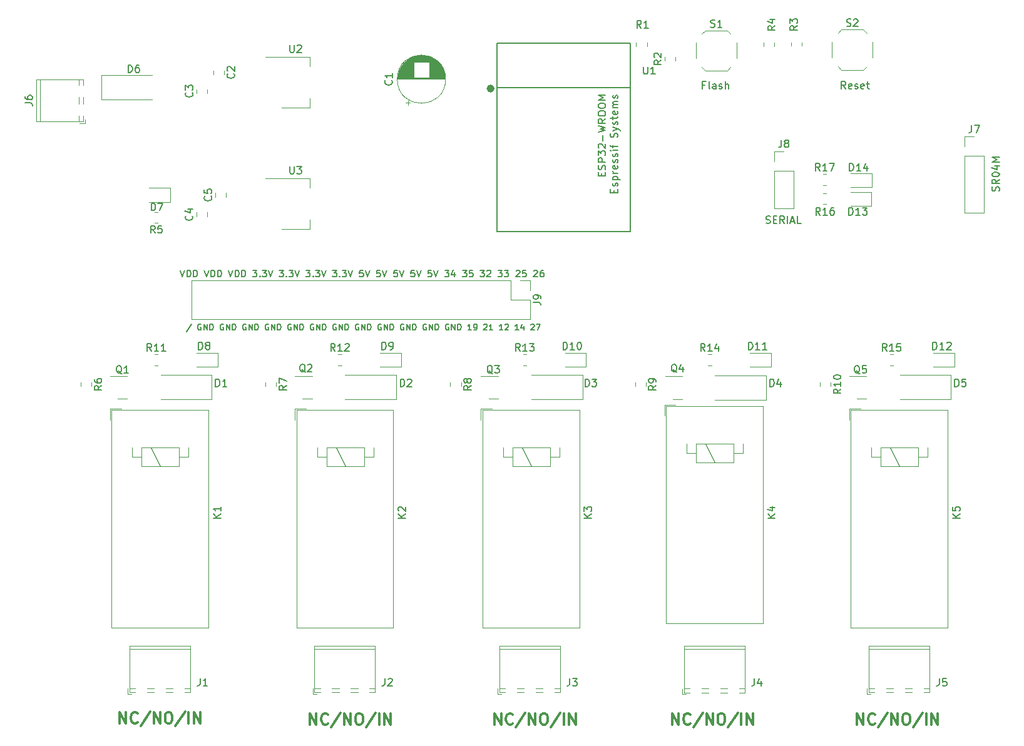
<source format=gbr>
%TF.GenerationSoftware,KiCad,Pcbnew,(6.0.5)*%
%TF.CreationDate,2022-06-14T15:57:39+02:00*%
%TF.ProjectId,SmartWatering,536d6172-7457-4617-9465-72696e672e6b,rev?*%
%TF.SameCoordinates,Original*%
%TF.FileFunction,Legend,Top*%
%TF.FilePolarity,Positive*%
%FSLAX46Y46*%
G04 Gerber Fmt 4.6, Leading zero omitted, Abs format (unit mm)*
G04 Created by KiCad (PCBNEW (6.0.5)) date 2022-06-14 15:57:39*
%MOMM*%
%LPD*%
G01*
G04 APERTURE LIST*
%ADD10C,0.300000*%
%ADD11C,0.150000*%
%ADD12C,0.120000*%
%ADD13C,0.100000*%
%ADD14C,0.500000*%
G04 APERTURE END LIST*
D10*
X137535714Y-118678571D02*
X137535714Y-117178571D01*
X138392857Y-118678571D01*
X138392857Y-117178571D01*
X139964285Y-118535714D02*
X139892857Y-118607142D01*
X139678571Y-118678571D01*
X139535714Y-118678571D01*
X139321428Y-118607142D01*
X139178571Y-118464285D01*
X139107142Y-118321428D01*
X139035714Y-118035714D01*
X139035714Y-117821428D01*
X139107142Y-117535714D01*
X139178571Y-117392857D01*
X139321428Y-117250000D01*
X139535714Y-117178571D01*
X139678571Y-117178571D01*
X139892857Y-117250000D01*
X139964285Y-117321428D01*
X141678571Y-117107142D02*
X140392857Y-119035714D01*
X142178571Y-118678571D02*
X142178571Y-117178571D01*
X143035714Y-118678571D01*
X143035714Y-117178571D01*
X144035714Y-117178571D02*
X144321428Y-117178571D01*
X144464285Y-117250000D01*
X144607142Y-117392857D01*
X144678571Y-117678571D01*
X144678571Y-118178571D01*
X144607142Y-118464285D01*
X144464285Y-118607142D01*
X144321428Y-118678571D01*
X144035714Y-118678571D01*
X143892857Y-118607142D01*
X143750000Y-118464285D01*
X143678571Y-118178571D01*
X143678571Y-117678571D01*
X143750000Y-117392857D01*
X143892857Y-117250000D01*
X144035714Y-117178571D01*
X146392857Y-117107142D02*
X145107142Y-119035714D01*
X146892857Y-118678571D02*
X146892857Y-117178571D01*
X147607142Y-118678571D02*
X147607142Y-117178571D01*
X148464285Y-118678571D01*
X148464285Y-117178571D01*
X112535714Y-118678571D02*
X112535714Y-117178571D01*
X113392857Y-118678571D01*
X113392857Y-117178571D01*
X114964285Y-118535714D02*
X114892857Y-118607142D01*
X114678571Y-118678571D01*
X114535714Y-118678571D01*
X114321428Y-118607142D01*
X114178571Y-118464285D01*
X114107142Y-118321428D01*
X114035714Y-118035714D01*
X114035714Y-117821428D01*
X114107142Y-117535714D01*
X114178571Y-117392857D01*
X114321428Y-117250000D01*
X114535714Y-117178571D01*
X114678571Y-117178571D01*
X114892857Y-117250000D01*
X114964285Y-117321428D01*
X116678571Y-117107142D02*
X115392857Y-119035714D01*
X117178571Y-118678571D02*
X117178571Y-117178571D01*
X118035714Y-118678571D01*
X118035714Y-117178571D01*
X119035714Y-117178571D02*
X119321428Y-117178571D01*
X119464285Y-117250000D01*
X119607142Y-117392857D01*
X119678571Y-117678571D01*
X119678571Y-118178571D01*
X119607142Y-118464285D01*
X119464285Y-118607142D01*
X119321428Y-118678571D01*
X119035714Y-118678571D01*
X118892857Y-118607142D01*
X118750000Y-118464285D01*
X118678571Y-118178571D01*
X118678571Y-117678571D01*
X118750000Y-117392857D01*
X118892857Y-117250000D01*
X119035714Y-117178571D01*
X121392857Y-117107142D02*
X120107142Y-119035714D01*
X121892857Y-118678571D02*
X121892857Y-117178571D01*
X122607142Y-118678571D02*
X122607142Y-117178571D01*
X123464285Y-118678571D01*
X123464285Y-117178571D01*
X88535714Y-118678571D02*
X88535714Y-117178571D01*
X89392857Y-118678571D01*
X89392857Y-117178571D01*
X90964285Y-118535714D02*
X90892857Y-118607142D01*
X90678571Y-118678571D01*
X90535714Y-118678571D01*
X90321428Y-118607142D01*
X90178571Y-118464285D01*
X90107142Y-118321428D01*
X90035714Y-118035714D01*
X90035714Y-117821428D01*
X90107142Y-117535714D01*
X90178571Y-117392857D01*
X90321428Y-117250000D01*
X90535714Y-117178571D01*
X90678571Y-117178571D01*
X90892857Y-117250000D01*
X90964285Y-117321428D01*
X92678571Y-117107142D02*
X91392857Y-119035714D01*
X93178571Y-118678571D02*
X93178571Y-117178571D01*
X94035714Y-118678571D01*
X94035714Y-117178571D01*
X95035714Y-117178571D02*
X95321428Y-117178571D01*
X95464285Y-117250000D01*
X95607142Y-117392857D01*
X95678571Y-117678571D01*
X95678571Y-118178571D01*
X95607142Y-118464285D01*
X95464285Y-118607142D01*
X95321428Y-118678571D01*
X95035714Y-118678571D01*
X94892857Y-118607142D01*
X94750000Y-118464285D01*
X94678571Y-118178571D01*
X94678571Y-117678571D01*
X94750000Y-117392857D01*
X94892857Y-117250000D01*
X95035714Y-117178571D01*
X97392857Y-117107142D02*
X96107142Y-119035714D01*
X97892857Y-118678571D02*
X97892857Y-117178571D01*
X98607142Y-118678571D02*
X98607142Y-117178571D01*
X99464285Y-118678571D01*
X99464285Y-117178571D01*
X63535714Y-118678571D02*
X63535714Y-117178571D01*
X64392857Y-118678571D01*
X64392857Y-117178571D01*
X65964285Y-118535714D02*
X65892857Y-118607142D01*
X65678571Y-118678571D01*
X65535714Y-118678571D01*
X65321428Y-118607142D01*
X65178571Y-118464285D01*
X65107142Y-118321428D01*
X65035714Y-118035714D01*
X65035714Y-117821428D01*
X65107142Y-117535714D01*
X65178571Y-117392857D01*
X65321428Y-117250000D01*
X65535714Y-117178571D01*
X65678571Y-117178571D01*
X65892857Y-117250000D01*
X65964285Y-117321428D01*
X67678571Y-117107142D02*
X66392857Y-119035714D01*
X68178571Y-118678571D02*
X68178571Y-117178571D01*
X69035714Y-118678571D01*
X69035714Y-117178571D01*
X70035714Y-117178571D02*
X70321428Y-117178571D01*
X70464285Y-117250000D01*
X70607142Y-117392857D01*
X70678571Y-117678571D01*
X70678571Y-118178571D01*
X70607142Y-118464285D01*
X70464285Y-118607142D01*
X70321428Y-118678571D01*
X70035714Y-118678571D01*
X69892857Y-118607142D01*
X69750000Y-118464285D01*
X69678571Y-118178571D01*
X69678571Y-117678571D01*
X69750000Y-117392857D01*
X69892857Y-117250000D01*
X70035714Y-117178571D01*
X72392857Y-117107142D02*
X71107142Y-119035714D01*
X72892857Y-118678571D02*
X72892857Y-117178571D01*
X73607142Y-118678571D02*
X73607142Y-117178571D01*
X74464285Y-118678571D01*
X74464285Y-117178571D01*
D11*
X125230476Y-50834761D02*
X125373333Y-50882380D01*
X125611428Y-50882380D01*
X125706666Y-50834761D01*
X125754285Y-50787142D01*
X125801904Y-50691904D01*
X125801904Y-50596666D01*
X125754285Y-50501428D01*
X125706666Y-50453809D01*
X125611428Y-50406190D01*
X125420952Y-50358571D01*
X125325714Y-50310952D01*
X125278095Y-50263333D01*
X125230476Y-50168095D01*
X125230476Y-50072857D01*
X125278095Y-49977619D01*
X125325714Y-49930000D01*
X125420952Y-49882380D01*
X125659047Y-49882380D01*
X125801904Y-49930000D01*
X126230476Y-50358571D02*
X126563809Y-50358571D01*
X126706666Y-50882380D02*
X126230476Y-50882380D01*
X126230476Y-49882380D01*
X126706666Y-49882380D01*
X127706666Y-50882380D02*
X127373333Y-50406190D01*
X127135238Y-50882380D02*
X127135238Y-49882380D01*
X127516190Y-49882380D01*
X127611428Y-49930000D01*
X127659047Y-49977619D01*
X127706666Y-50072857D01*
X127706666Y-50215714D01*
X127659047Y-50310952D01*
X127611428Y-50358571D01*
X127516190Y-50406190D01*
X127135238Y-50406190D01*
X128135238Y-50882380D02*
X128135238Y-49882380D01*
X128563809Y-50596666D02*
X129040000Y-50596666D01*
X128468571Y-50882380D02*
X128801904Y-49882380D01*
X129135238Y-50882380D01*
X129944761Y-50882380D02*
X129468571Y-50882380D01*
X129468571Y-49882380D01*
X45987142Y-57227142D02*
X46287142Y-58127142D01*
X46587142Y-57227142D01*
X46887142Y-58127142D02*
X46887142Y-57227142D01*
X47101428Y-57227142D01*
X47230000Y-57270000D01*
X47315714Y-57355714D01*
X47358571Y-57441428D01*
X47401428Y-57612857D01*
X47401428Y-57741428D01*
X47358571Y-57912857D01*
X47315714Y-57998571D01*
X47230000Y-58084285D01*
X47101428Y-58127142D01*
X46887142Y-58127142D01*
X47787142Y-58127142D02*
X47787142Y-57227142D01*
X48001428Y-57227142D01*
X48130000Y-57270000D01*
X48215714Y-57355714D01*
X48258571Y-57441428D01*
X48301428Y-57612857D01*
X48301428Y-57741428D01*
X48258571Y-57912857D01*
X48215714Y-57998571D01*
X48130000Y-58084285D01*
X48001428Y-58127142D01*
X47787142Y-58127142D01*
X49244285Y-57227142D02*
X49544285Y-58127142D01*
X49844285Y-57227142D01*
X50144285Y-58127142D02*
X50144285Y-57227142D01*
X50358571Y-57227142D01*
X50487142Y-57270000D01*
X50572857Y-57355714D01*
X50615714Y-57441428D01*
X50658571Y-57612857D01*
X50658571Y-57741428D01*
X50615714Y-57912857D01*
X50572857Y-57998571D01*
X50487142Y-58084285D01*
X50358571Y-58127142D01*
X50144285Y-58127142D01*
X51044285Y-58127142D02*
X51044285Y-57227142D01*
X51258571Y-57227142D01*
X51387142Y-57270000D01*
X51472857Y-57355714D01*
X51515714Y-57441428D01*
X51558571Y-57612857D01*
X51558571Y-57741428D01*
X51515714Y-57912857D01*
X51472857Y-57998571D01*
X51387142Y-58084285D01*
X51258571Y-58127142D01*
X51044285Y-58127142D01*
X52501428Y-57227142D02*
X52801428Y-58127142D01*
X53101428Y-57227142D01*
X53401428Y-58127142D02*
X53401428Y-57227142D01*
X53615714Y-57227142D01*
X53744285Y-57270000D01*
X53830000Y-57355714D01*
X53872857Y-57441428D01*
X53915714Y-57612857D01*
X53915714Y-57741428D01*
X53872857Y-57912857D01*
X53830000Y-57998571D01*
X53744285Y-58084285D01*
X53615714Y-58127142D01*
X53401428Y-58127142D01*
X54301428Y-58127142D02*
X54301428Y-57227142D01*
X54515714Y-57227142D01*
X54644285Y-57270000D01*
X54730000Y-57355714D01*
X54772857Y-57441428D01*
X54815714Y-57612857D01*
X54815714Y-57741428D01*
X54772857Y-57912857D01*
X54730000Y-57998571D01*
X54644285Y-58084285D01*
X54515714Y-58127142D01*
X54301428Y-58127142D01*
X55801428Y-57227142D02*
X56358571Y-57227142D01*
X56058571Y-57570000D01*
X56187142Y-57570000D01*
X56272857Y-57612857D01*
X56315714Y-57655714D01*
X56358571Y-57741428D01*
X56358571Y-57955714D01*
X56315714Y-58041428D01*
X56272857Y-58084285D01*
X56187142Y-58127142D01*
X55930000Y-58127142D01*
X55844285Y-58084285D01*
X55801428Y-58041428D01*
X56744285Y-58041428D02*
X56787142Y-58084285D01*
X56744285Y-58127142D01*
X56701428Y-58084285D01*
X56744285Y-58041428D01*
X56744285Y-58127142D01*
X57087142Y-57227142D02*
X57644285Y-57227142D01*
X57344285Y-57570000D01*
X57472857Y-57570000D01*
X57558571Y-57612857D01*
X57601428Y-57655714D01*
X57644285Y-57741428D01*
X57644285Y-57955714D01*
X57601428Y-58041428D01*
X57558571Y-58084285D01*
X57472857Y-58127142D01*
X57215714Y-58127142D01*
X57130000Y-58084285D01*
X57087142Y-58041428D01*
X57901428Y-57227142D02*
X58201428Y-58127142D01*
X58501428Y-57227142D01*
X59401428Y-57227142D02*
X59958571Y-57227142D01*
X59658571Y-57570000D01*
X59787142Y-57570000D01*
X59872857Y-57612857D01*
X59915714Y-57655714D01*
X59958571Y-57741428D01*
X59958571Y-57955714D01*
X59915714Y-58041428D01*
X59872857Y-58084285D01*
X59787142Y-58127142D01*
X59530000Y-58127142D01*
X59444285Y-58084285D01*
X59401428Y-58041428D01*
X60344285Y-58041428D02*
X60387142Y-58084285D01*
X60344285Y-58127142D01*
X60301428Y-58084285D01*
X60344285Y-58041428D01*
X60344285Y-58127142D01*
X60687142Y-57227142D02*
X61244285Y-57227142D01*
X60944285Y-57570000D01*
X61072857Y-57570000D01*
X61158571Y-57612857D01*
X61201428Y-57655714D01*
X61244285Y-57741428D01*
X61244285Y-57955714D01*
X61201428Y-58041428D01*
X61158571Y-58084285D01*
X61072857Y-58127142D01*
X60815714Y-58127142D01*
X60730000Y-58084285D01*
X60687142Y-58041428D01*
X61501428Y-57227142D02*
X61801428Y-58127142D01*
X62101428Y-57227142D01*
X63001428Y-57227142D02*
X63558571Y-57227142D01*
X63258571Y-57570000D01*
X63387142Y-57570000D01*
X63472857Y-57612857D01*
X63515714Y-57655714D01*
X63558571Y-57741428D01*
X63558571Y-57955714D01*
X63515714Y-58041428D01*
X63472857Y-58084285D01*
X63387142Y-58127142D01*
X63130000Y-58127142D01*
X63044285Y-58084285D01*
X63001428Y-58041428D01*
X63944285Y-58041428D02*
X63987142Y-58084285D01*
X63944285Y-58127142D01*
X63901428Y-58084285D01*
X63944285Y-58041428D01*
X63944285Y-58127142D01*
X64287142Y-57227142D02*
X64844285Y-57227142D01*
X64544285Y-57570000D01*
X64672857Y-57570000D01*
X64758571Y-57612857D01*
X64801428Y-57655714D01*
X64844285Y-57741428D01*
X64844285Y-57955714D01*
X64801428Y-58041428D01*
X64758571Y-58084285D01*
X64672857Y-58127142D01*
X64415714Y-58127142D01*
X64330000Y-58084285D01*
X64287142Y-58041428D01*
X65101428Y-57227142D02*
X65401428Y-58127142D01*
X65701428Y-57227142D01*
X66601428Y-57227142D02*
X67158571Y-57227142D01*
X66858571Y-57570000D01*
X66987142Y-57570000D01*
X67072857Y-57612857D01*
X67115714Y-57655714D01*
X67158571Y-57741428D01*
X67158571Y-57955714D01*
X67115714Y-58041428D01*
X67072857Y-58084285D01*
X66987142Y-58127142D01*
X66730000Y-58127142D01*
X66644285Y-58084285D01*
X66601428Y-58041428D01*
X67544285Y-58041428D02*
X67587142Y-58084285D01*
X67544285Y-58127142D01*
X67501428Y-58084285D01*
X67544285Y-58041428D01*
X67544285Y-58127142D01*
X67887142Y-57227142D02*
X68444285Y-57227142D01*
X68144285Y-57570000D01*
X68272857Y-57570000D01*
X68358571Y-57612857D01*
X68401428Y-57655714D01*
X68444285Y-57741428D01*
X68444285Y-57955714D01*
X68401428Y-58041428D01*
X68358571Y-58084285D01*
X68272857Y-58127142D01*
X68015714Y-58127142D01*
X67930000Y-58084285D01*
X67887142Y-58041428D01*
X68701428Y-57227142D02*
X69001428Y-58127142D01*
X69301428Y-57227142D01*
X70715714Y-57227142D02*
X70287142Y-57227142D01*
X70244285Y-57655714D01*
X70287142Y-57612857D01*
X70372857Y-57570000D01*
X70587142Y-57570000D01*
X70672857Y-57612857D01*
X70715714Y-57655714D01*
X70758571Y-57741428D01*
X70758571Y-57955714D01*
X70715714Y-58041428D01*
X70672857Y-58084285D01*
X70587142Y-58127142D01*
X70372857Y-58127142D01*
X70287142Y-58084285D01*
X70244285Y-58041428D01*
X71015714Y-57227142D02*
X71315714Y-58127142D01*
X71615714Y-57227142D01*
X73030000Y-57227142D02*
X72601428Y-57227142D01*
X72558571Y-57655714D01*
X72601428Y-57612857D01*
X72687142Y-57570000D01*
X72901428Y-57570000D01*
X72987142Y-57612857D01*
X73030000Y-57655714D01*
X73072857Y-57741428D01*
X73072857Y-57955714D01*
X73030000Y-58041428D01*
X72987142Y-58084285D01*
X72901428Y-58127142D01*
X72687142Y-58127142D01*
X72601428Y-58084285D01*
X72558571Y-58041428D01*
X73330000Y-57227142D02*
X73630000Y-58127142D01*
X73930000Y-57227142D01*
X75344285Y-57227142D02*
X74915714Y-57227142D01*
X74872857Y-57655714D01*
X74915714Y-57612857D01*
X75001428Y-57570000D01*
X75215714Y-57570000D01*
X75301428Y-57612857D01*
X75344285Y-57655714D01*
X75387142Y-57741428D01*
X75387142Y-57955714D01*
X75344285Y-58041428D01*
X75301428Y-58084285D01*
X75215714Y-58127142D01*
X75001428Y-58127142D01*
X74915714Y-58084285D01*
X74872857Y-58041428D01*
X75644285Y-57227142D02*
X75944285Y-58127142D01*
X76244285Y-57227142D01*
X77658571Y-57227142D02*
X77230000Y-57227142D01*
X77187142Y-57655714D01*
X77230000Y-57612857D01*
X77315714Y-57570000D01*
X77530000Y-57570000D01*
X77615714Y-57612857D01*
X77658571Y-57655714D01*
X77701428Y-57741428D01*
X77701428Y-57955714D01*
X77658571Y-58041428D01*
X77615714Y-58084285D01*
X77530000Y-58127142D01*
X77315714Y-58127142D01*
X77230000Y-58084285D01*
X77187142Y-58041428D01*
X77958571Y-57227142D02*
X78258571Y-58127142D01*
X78558571Y-57227142D01*
X79972857Y-57227142D02*
X79544285Y-57227142D01*
X79501428Y-57655714D01*
X79544285Y-57612857D01*
X79630000Y-57570000D01*
X79844285Y-57570000D01*
X79930000Y-57612857D01*
X79972857Y-57655714D01*
X80015714Y-57741428D01*
X80015714Y-57955714D01*
X79972857Y-58041428D01*
X79930000Y-58084285D01*
X79844285Y-58127142D01*
X79630000Y-58127142D01*
X79544285Y-58084285D01*
X79501428Y-58041428D01*
X80272857Y-57227142D02*
X80572857Y-58127142D01*
X80872857Y-57227142D01*
X81772857Y-57227142D02*
X82330000Y-57227142D01*
X82030000Y-57570000D01*
X82158571Y-57570000D01*
X82244285Y-57612857D01*
X82287142Y-57655714D01*
X82330000Y-57741428D01*
X82330000Y-57955714D01*
X82287142Y-58041428D01*
X82244285Y-58084285D01*
X82158571Y-58127142D01*
X81901428Y-58127142D01*
X81815714Y-58084285D01*
X81772857Y-58041428D01*
X83101428Y-57527142D02*
X83101428Y-58127142D01*
X82887142Y-57184285D02*
X82672857Y-57827142D01*
X83230000Y-57827142D01*
X84172857Y-57227142D02*
X84730000Y-57227142D01*
X84430000Y-57570000D01*
X84558571Y-57570000D01*
X84644285Y-57612857D01*
X84687142Y-57655714D01*
X84730000Y-57741428D01*
X84730000Y-57955714D01*
X84687142Y-58041428D01*
X84644285Y-58084285D01*
X84558571Y-58127142D01*
X84301428Y-58127142D01*
X84215714Y-58084285D01*
X84172857Y-58041428D01*
X85544285Y-57227142D02*
X85115714Y-57227142D01*
X85072857Y-57655714D01*
X85115714Y-57612857D01*
X85201428Y-57570000D01*
X85415714Y-57570000D01*
X85501428Y-57612857D01*
X85544285Y-57655714D01*
X85587142Y-57741428D01*
X85587142Y-57955714D01*
X85544285Y-58041428D01*
X85501428Y-58084285D01*
X85415714Y-58127142D01*
X85201428Y-58127142D01*
X85115714Y-58084285D01*
X85072857Y-58041428D01*
X86572857Y-57227142D02*
X87130000Y-57227142D01*
X86830000Y-57570000D01*
X86958571Y-57570000D01*
X87044285Y-57612857D01*
X87087142Y-57655714D01*
X87130000Y-57741428D01*
X87130000Y-57955714D01*
X87087142Y-58041428D01*
X87044285Y-58084285D01*
X86958571Y-58127142D01*
X86701428Y-58127142D01*
X86615714Y-58084285D01*
X86572857Y-58041428D01*
X87472857Y-57312857D02*
X87515714Y-57270000D01*
X87601428Y-57227142D01*
X87815714Y-57227142D01*
X87901428Y-57270000D01*
X87944285Y-57312857D01*
X87987142Y-57398571D01*
X87987142Y-57484285D01*
X87944285Y-57612857D01*
X87430000Y-58127142D01*
X87987142Y-58127142D01*
X88972857Y-57227142D02*
X89530000Y-57227142D01*
X89230000Y-57570000D01*
X89358571Y-57570000D01*
X89444285Y-57612857D01*
X89487142Y-57655714D01*
X89530000Y-57741428D01*
X89530000Y-57955714D01*
X89487142Y-58041428D01*
X89444285Y-58084285D01*
X89358571Y-58127142D01*
X89101428Y-58127142D01*
X89015714Y-58084285D01*
X88972857Y-58041428D01*
X89830000Y-57227142D02*
X90387142Y-57227142D01*
X90087142Y-57570000D01*
X90215714Y-57570000D01*
X90301428Y-57612857D01*
X90344285Y-57655714D01*
X90387142Y-57741428D01*
X90387142Y-57955714D01*
X90344285Y-58041428D01*
X90301428Y-58084285D01*
X90215714Y-58127142D01*
X89958571Y-58127142D01*
X89872857Y-58084285D01*
X89830000Y-58041428D01*
X91415714Y-57312857D02*
X91458571Y-57270000D01*
X91544285Y-57227142D01*
X91758571Y-57227142D01*
X91844285Y-57270000D01*
X91887142Y-57312857D01*
X91930000Y-57398571D01*
X91930000Y-57484285D01*
X91887142Y-57612857D01*
X91372857Y-58127142D01*
X91930000Y-58127142D01*
X92744285Y-57227142D02*
X92315714Y-57227142D01*
X92272857Y-57655714D01*
X92315714Y-57612857D01*
X92401428Y-57570000D01*
X92615714Y-57570000D01*
X92701428Y-57612857D01*
X92744285Y-57655714D01*
X92787142Y-57741428D01*
X92787142Y-57955714D01*
X92744285Y-58041428D01*
X92701428Y-58084285D01*
X92615714Y-58127142D01*
X92401428Y-58127142D01*
X92315714Y-58084285D01*
X92272857Y-58041428D01*
X93815714Y-57312857D02*
X93858571Y-57270000D01*
X93944285Y-57227142D01*
X94158571Y-57227142D01*
X94244285Y-57270000D01*
X94287142Y-57312857D01*
X94330000Y-57398571D01*
X94330000Y-57484285D01*
X94287142Y-57612857D01*
X93772857Y-58127142D01*
X94330000Y-58127142D01*
X95101428Y-57227142D02*
X94930000Y-57227142D01*
X94844285Y-57270000D01*
X94801428Y-57312857D01*
X94715714Y-57441428D01*
X94672857Y-57612857D01*
X94672857Y-57955714D01*
X94715714Y-58041428D01*
X94758571Y-58084285D01*
X94844285Y-58127142D01*
X95015714Y-58127142D01*
X95101428Y-58084285D01*
X95144285Y-58041428D01*
X95187142Y-57955714D01*
X95187142Y-57741428D01*
X95144285Y-57655714D01*
X95101428Y-57612857D01*
X95015714Y-57570000D01*
X94844285Y-57570000D01*
X94758571Y-57612857D01*
X94715714Y-57655714D01*
X94672857Y-57741428D01*
X136011904Y-32692380D02*
X135678571Y-32216190D01*
X135440476Y-32692380D02*
X135440476Y-31692380D01*
X135821428Y-31692380D01*
X135916666Y-31740000D01*
X135964285Y-31787619D01*
X136011904Y-31882857D01*
X136011904Y-32025714D01*
X135964285Y-32120952D01*
X135916666Y-32168571D01*
X135821428Y-32216190D01*
X135440476Y-32216190D01*
X136821428Y-32644761D02*
X136726190Y-32692380D01*
X136535714Y-32692380D01*
X136440476Y-32644761D01*
X136392857Y-32549523D01*
X136392857Y-32168571D01*
X136440476Y-32073333D01*
X136535714Y-32025714D01*
X136726190Y-32025714D01*
X136821428Y-32073333D01*
X136869047Y-32168571D01*
X136869047Y-32263809D01*
X136392857Y-32359047D01*
X137250000Y-32644761D02*
X137345238Y-32692380D01*
X137535714Y-32692380D01*
X137630952Y-32644761D01*
X137678571Y-32549523D01*
X137678571Y-32501904D01*
X137630952Y-32406666D01*
X137535714Y-32359047D01*
X137392857Y-32359047D01*
X137297619Y-32311428D01*
X137250000Y-32216190D01*
X137250000Y-32168571D01*
X137297619Y-32073333D01*
X137392857Y-32025714D01*
X137535714Y-32025714D01*
X137630952Y-32073333D01*
X138488095Y-32644761D02*
X138392857Y-32692380D01*
X138202380Y-32692380D01*
X138107142Y-32644761D01*
X138059523Y-32549523D01*
X138059523Y-32168571D01*
X138107142Y-32073333D01*
X138202380Y-32025714D01*
X138392857Y-32025714D01*
X138488095Y-32073333D01*
X138535714Y-32168571D01*
X138535714Y-32263809D01*
X138059523Y-32359047D01*
X138821428Y-32025714D02*
X139202380Y-32025714D01*
X138964285Y-31692380D02*
X138964285Y-32549523D01*
X139011904Y-32644761D01*
X139107142Y-32692380D01*
X139202380Y-32692380D01*
X156734761Y-46509523D02*
X156782380Y-46366666D01*
X156782380Y-46128571D01*
X156734761Y-46033333D01*
X156687142Y-45985714D01*
X156591904Y-45938095D01*
X156496666Y-45938095D01*
X156401428Y-45985714D01*
X156353809Y-46033333D01*
X156306190Y-46128571D01*
X156258571Y-46319047D01*
X156210952Y-46414285D01*
X156163333Y-46461904D01*
X156068095Y-46509523D01*
X155972857Y-46509523D01*
X155877619Y-46461904D01*
X155830000Y-46414285D01*
X155782380Y-46319047D01*
X155782380Y-46080952D01*
X155830000Y-45938095D01*
X156782380Y-44938095D02*
X156306190Y-45271428D01*
X156782380Y-45509523D02*
X155782380Y-45509523D01*
X155782380Y-45128571D01*
X155830000Y-45033333D01*
X155877619Y-44985714D01*
X155972857Y-44938095D01*
X156115714Y-44938095D01*
X156210952Y-44985714D01*
X156258571Y-45033333D01*
X156306190Y-45128571D01*
X156306190Y-45509523D01*
X155782380Y-44319047D02*
X155782380Y-44223809D01*
X155830000Y-44128571D01*
X155877619Y-44080952D01*
X155972857Y-44033333D01*
X156163333Y-43985714D01*
X156401428Y-43985714D01*
X156591904Y-44033333D01*
X156687142Y-44080952D01*
X156734761Y-44128571D01*
X156782380Y-44223809D01*
X156782380Y-44319047D01*
X156734761Y-44414285D01*
X156687142Y-44461904D01*
X156591904Y-44509523D01*
X156401428Y-44557142D01*
X156163333Y-44557142D01*
X155972857Y-44509523D01*
X155877619Y-44461904D01*
X155830000Y-44414285D01*
X155782380Y-44319047D01*
X156115714Y-43128571D02*
X156782380Y-43128571D01*
X155734761Y-43366666D02*
X156449047Y-43604761D01*
X156449047Y-42985714D01*
X156782380Y-42604761D02*
X155782380Y-42604761D01*
X156496666Y-42271428D01*
X155782380Y-41938095D01*
X156782380Y-41938095D01*
D10*
X37775714Y-118528571D02*
X37775714Y-117028571D01*
X38632857Y-118528571D01*
X38632857Y-117028571D01*
X40204285Y-118385714D02*
X40132857Y-118457142D01*
X39918571Y-118528571D01*
X39775714Y-118528571D01*
X39561428Y-118457142D01*
X39418571Y-118314285D01*
X39347142Y-118171428D01*
X39275714Y-117885714D01*
X39275714Y-117671428D01*
X39347142Y-117385714D01*
X39418571Y-117242857D01*
X39561428Y-117100000D01*
X39775714Y-117028571D01*
X39918571Y-117028571D01*
X40132857Y-117100000D01*
X40204285Y-117171428D01*
X41918571Y-116957142D02*
X40632857Y-118885714D01*
X42418571Y-118528571D02*
X42418571Y-117028571D01*
X43275714Y-118528571D01*
X43275714Y-117028571D01*
X44275714Y-117028571D02*
X44561428Y-117028571D01*
X44704285Y-117100000D01*
X44847142Y-117242857D01*
X44918571Y-117528571D01*
X44918571Y-118028571D01*
X44847142Y-118314285D01*
X44704285Y-118457142D01*
X44561428Y-118528571D01*
X44275714Y-118528571D01*
X44132857Y-118457142D01*
X43990000Y-118314285D01*
X43918571Y-118028571D01*
X43918571Y-117528571D01*
X43990000Y-117242857D01*
X44132857Y-117100000D01*
X44275714Y-117028571D01*
X46632857Y-116957142D02*
X45347142Y-118885714D01*
X47132857Y-118528571D02*
X47132857Y-117028571D01*
X47847142Y-118528571D02*
X47847142Y-117028571D01*
X48704285Y-118528571D01*
X48704285Y-117028571D01*
D11*
X116971428Y-32168571D02*
X116638095Y-32168571D01*
X116638095Y-32692380D02*
X116638095Y-31692380D01*
X117114285Y-31692380D01*
X117638095Y-32692380D02*
X117542857Y-32644761D01*
X117495238Y-32549523D01*
X117495238Y-31692380D01*
X118447619Y-32692380D02*
X118447619Y-32168571D01*
X118400000Y-32073333D01*
X118304761Y-32025714D01*
X118114285Y-32025714D01*
X118019047Y-32073333D01*
X118447619Y-32644761D02*
X118352380Y-32692380D01*
X118114285Y-32692380D01*
X118019047Y-32644761D01*
X117971428Y-32549523D01*
X117971428Y-32454285D01*
X118019047Y-32359047D01*
X118114285Y-32311428D01*
X118352380Y-32311428D01*
X118447619Y-32263809D01*
X118876190Y-32644761D02*
X118971428Y-32692380D01*
X119161904Y-32692380D01*
X119257142Y-32644761D01*
X119304761Y-32549523D01*
X119304761Y-32501904D01*
X119257142Y-32406666D01*
X119161904Y-32359047D01*
X119019047Y-32359047D01*
X118923809Y-32311428D01*
X118876190Y-32216190D01*
X118876190Y-32168571D01*
X118923809Y-32073333D01*
X119019047Y-32025714D01*
X119161904Y-32025714D01*
X119257142Y-32073333D01*
X119733333Y-32692380D02*
X119733333Y-31692380D01*
X120161904Y-32692380D02*
X120161904Y-32168571D01*
X120114285Y-32073333D01*
X120019047Y-32025714D01*
X119876190Y-32025714D01*
X119780952Y-32073333D01*
X119733333Y-32120952D01*
X47493809Y-64483809D02*
X46808095Y-65512380D01*
X48789047Y-64560000D02*
X48712857Y-64521904D01*
X48598571Y-64521904D01*
X48484285Y-64560000D01*
X48408095Y-64636190D01*
X48370000Y-64712380D01*
X48331904Y-64864761D01*
X48331904Y-64979047D01*
X48370000Y-65131428D01*
X48408095Y-65207619D01*
X48484285Y-65283809D01*
X48598571Y-65321904D01*
X48674761Y-65321904D01*
X48789047Y-65283809D01*
X48827142Y-65245714D01*
X48827142Y-64979047D01*
X48674761Y-64979047D01*
X49170000Y-65321904D02*
X49170000Y-64521904D01*
X49627142Y-65321904D01*
X49627142Y-64521904D01*
X50008095Y-65321904D02*
X50008095Y-64521904D01*
X50198571Y-64521904D01*
X50312857Y-64560000D01*
X50389047Y-64636190D01*
X50427142Y-64712380D01*
X50465238Y-64864761D01*
X50465238Y-64979047D01*
X50427142Y-65131428D01*
X50389047Y-65207619D01*
X50312857Y-65283809D01*
X50198571Y-65321904D01*
X50008095Y-65321904D01*
X51836666Y-64560000D02*
X51760476Y-64521904D01*
X51646190Y-64521904D01*
X51531904Y-64560000D01*
X51455714Y-64636190D01*
X51417619Y-64712380D01*
X51379523Y-64864761D01*
X51379523Y-64979047D01*
X51417619Y-65131428D01*
X51455714Y-65207619D01*
X51531904Y-65283809D01*
X51646190Y-65321904D01*
X51722380Y-65321904D01*
X51836666Y-65283809D01*
X51874761Y-65245714D01*
X51874761Y-64979047D01*
X51722380Y-64979047D01*
X52217619Y-65321904D02*
X52217619Y-64521904D01*
X52674761Y-65321904D01*
X52674761Y-64521904D01*
X53055714Y-65321904D02*
X53055714Y-64521904D01*
X53246190Y-64521904D01*
X53360476Y-64560000D01*
X53436666Y-64636190D01*
X53474761Y-64712380D01*
X53512857Y-64864761D01*
X53512857Y-64979047D01*
X53474761Y-65131428D01*
X53436666Y-65207619D01*
X53360476Y-65283809D01*
X53246190Y-65321904D01*
X53055714Y-65321904D01*
X54884285Y-64560000D02*
X54808095Y-64521904D01*
X54693809Y-64521904D01*
X54579523Y-64560000D01*
X54503333Y-64636190D01*
X54465238Y-64712380D01*
X54427142Y-64864761D01*
X54427142Y-64979047D01*
X54465238Y-65131428D01*
X54503333Y-65207619D01*
X54579523Y-65283809D01*
X54693809Y-65321904D01*
X54770000Y-65321904D01*
X54884285Y-65283809D01*
X54922380Y-65245714D01*
X54922380Y-64979047D01*
X54770000Y-64979047D01*
X55265238Y-65321904D02*
X55265238Y-64521904D01*
X55722380Y-65321904D01*
X55722380Y-64521904D01*
X56103333Y-65321904D02*
X56103333Y-64521904D01*
X56293809Y-64521904D01*
X56408095Y-64560000D01*
X56484285Y-64636190D01*
X56522380Y-64712380D01*
X56560476Y-64864761D01*
X56560476Y-64979047D01*
X56522380Y-65131428D01*
X56484285Y-65207619D01*
X56408095Y-65283809D01*
X56293809Y-65321904D01*
X56103333Y-65321904D01*
X57931904Y-64560000D02*
X57855714Y-64521904D01*
X57741428Y-64521904D01*
X57627142Y-64560000D01*
X57550952Y-64636190D01*
X57512857Y-64712380D01*
X57474761Y-64864761D01*
X57474761Y-64979047D01*
X57512857Y-65131428D01*
X57550952Y-65207619D01*
X57627142Y-65283809D01*
X57741428Y-65321904D01*
X57817619Y-65321904D01*
X57931904Y-65283809D01*
X57970000Y-65245714D01*
X57970000Y-64979047D01*
X57817619Y-64979047D01*
X58312857Y-65321904D02*
X58312857Y-64521904D01*
X58770000Y-65321904D01*
X58770000Y-64521904D01*
X59150952Y-65321904D02*
X59150952Y-64521904D01*
X59341428Y-64521904D01*
X59455714Y-64560000D01*
X59531904Y-64636190D01*
X59570000Y-64712380D01*
X59608095Y-64864761D01*
X59608095Y-64979047D01*
X59570000Y-65131428D01*
X59531904Y-65207619D01*
X59455714Y-65283809D01*
X59341428Y-65321904D01*
X59150952Y-65321904D01*
X60979523Y-64560000D02*
X60903333Y-64521904D01*
X60789047Y-64521904D01*
X60674761Y-64560000D01*
X60598571Y-64636190D01*
X60560476Y-64712380D01*
X60522380Y-64864761D01*
X60522380Y-64979047D01*
X60560476Y-65131428D01*
X60598571Y-65207619D01*
X60674761Y-65283809D01*
X60789047Y-65321904D01*
X60865238Y-65321904D01*
X60979523Y-65283809D01*
X61017619Y-65245714D01*
X61017619Y-64979047D01*
X60865238Y-64979047D01*
X61360476Y-65321904D02*
X61360476Y-64521904D01*
X61817619Y-65321904D01*
X61817619Y-64521904D01*
X62198571Y-65321904D02*
X62198571Y-64521904D01*
X62389047Y-64521904D01*
X62503333Y-64560000D01*
X62579523Y-64636190D01*
X62617619Y-64712380D01*
X62655714Y-64864761D01*
X62655714Y-64979047D01*
X62617619Y-65131428D01*
X62579523Y-65207619D01*
X62503333Y-65283809D01*
X62389047Y-65321904D01*
X62198571Y-65321904D01*
X64027142Y-64560000D02*
X63950952Y-64521904D01*
X63836666Y-64521904D01*
X63722380Y-64560000D01*
X63646190Y-64636190D01*
X63608095Y-64712380D01*
X63570000Y-64864761D01*
X63570000Y-64979047D01*
X63608095Y-65131428D01*
X63646190Y-65207619D01*
X63722380Y-65283809D01*
X63836666Y-65321904D01*
X63912857Y-65321904D01*
X64027142Y-65283809D01*
X64065238Y-65245714D01*
X64065238Y-64979047D01*
X63912857Y-64979047D01*
X64408095Y-65321904D02*
X64408095Y-64521904D01*
X64865238Y-65321904D01*
X64865238Y-64521904D01*
X65246190Y-65321904D02*
X65246190Y-64521904D01*
X65436666Y-64521904D01*
X65550952Y-64560000D01*
X65627142Y-64636190D01*
X65665238Y-64712380D01*
X65703333Y-64864761D01*
X65703333Y-64979047D01*
X65665238Y-65131428D01*
X65627142Y-65207619D01*
X65550952Y-65283809D01*
X65436666Y-65321904D01*
X65246190Y-65321904D01*
X67074761Y-64560000D02*
X66998571Y-64521904D01*
X66884285Y-64521904D01*
X66770000Y-64560000D01*
X66693809Y-64636190D01*
X66655714Y-64712380D01*
X66617619Y-64864761D01*
X66617619Y-64979047D01*
X66655714Y-65131428D01*
X66693809Y-65207619D01*
X66770000Y-65283809D01*
X66884285Y-65321904D01*
X66960476Y-65321904D01*
X67074761Y-65283809D01*
X67112857Y-65245714D01*
X67112857Y-64979047D01*
X66960476Y-64979047D01*
X67455714Y-65321904D02*
X67455714Y-64521904D01*
X67912857Y-65321904D01*
X67912857Y-64521904D01*
X68293809Y-65321904D02*
X68293809Y-64521904D01*
X68484285Y-64521904D01*
X68598571Y-64560000D01*
X68674761Y-64636190D01*
X68712857Y-64712380D01*
X68750952Y-64864761D01*
X68750952Y-64979047D01*
X68712857Y-65131428D01*
X68674761Y-65207619D01*
X68598571Y-65283809D01*
X68484285Y-65321904D01*
X68293809Y-65321904D01*
X70122380Y-64560000D02*
X70046190Y-64521904D01*
X69931904Y-64521904D01*
X69817619Y-64560000D01*
X69741428Y-64636190D01*
X69703333Y-64712380D01*
X69665238Y-64864761D01*
X69665238Y-64979047D01*
X69703333Y-65131428D01*
X69741428Y-65207619D01*
X69817619Y-65283809D01*
X69931904Y-65321904D01*
X70008095Y-65321904D01*
X70122380Y-65283809D01*
X70160476Y-65245714D01*
X70160476Y-64979047D01*
X70008095Y-64979047D01*
X70503333Y-65321904D02*
X70503333Y-64521904D01*
X70960476Y-65321904D01*
X70960476Y-64521904D01*
X71341428Y-65321904D02*
X71341428Y-64521904D01*
X71531904Y-64521904D01*
X71646190Y-64560000D01*
X71722380Y-64636190D01*
X71760476Y-64712380D01*
X71798571Y-64864761D01*
X71798571Y-64979047D01*
X71760476Y-65131428D01*
X71722380Y-65207619D01*
X71646190Y-65283809D01*
X71531904Y-65321904D01*
X71341428Y-65321904D01*
X73170000Y-64560000D02*
X73093809Y-64521904D01*
X72979523Y-64521904D01*
X72865238Y-64560000D01*
X72789047Y-64636190D01*
X72750952Y-64712380D01*
X72712857Y-64864761D01*
X72712857Y-64979047D01*
X72750952Y-65131428D01*
X72789047Y-65207619D01*
X72865238Y-65283809D01*
X72979523Y-65321904D01*
X73055714Y-65321904D01*
X73170000Y-65283809D01*
X73208095Y-65245714D01*
X73208095Y-64979047D01*
X73055714Y-64979047D01*
X73550952Y-65321904D02*
X73550952Y-64521904D01*
X74008095Y-65321904D01*
X74008095Y-64521904D01*
X74389047Y-65321904D02*
X74389047Y-64521904D01*
X74579523Y-64521904D01*
X74693809Y-64560000D01*
X74770000Y-64636190D01*
X74808095Y-64712380D01*
X74846190Y-64864761D01*
X74846190Y-64979047D01*
X74808095Y-65131428D01*
X74770000Y-65207619D01*
X74693809Y-65283809D01*
X74579523Y-65321904D01*
X74389047Y-65321904D01*
X76217619Y-64560000D02*
X76141428Y-64521904D01*
X76027142Y-64521904D01*
X75912857Y-64560000D01*
X75836666Y-64636190D01*
X75798571Y-64712380D01*
X75760476Y-64864761D01*
X75760476Y-64979047D01*
X75798571Y-65131428D01*
X75836666Y-65207619D01*
X75912857Y-65283809D01*
X76027142Y-65321904D01*
X76103333Y-65321904D01*
X76217619Y-65283809D01*
X76255714Y-65245714D01*
X76255714Y-64979047D01*
X76103333Y-64979047D01*
X76598571Y-65321904D02*
X76598571Y-64521904D01*
X77055714Y-65321904D01*
X77055714Y-64521904D01*
X77436666Y-65321904D02*
X77436666Y-64521904D01*
X77627142Y-64521904D01*
X77741428Y-64560000D01*
X77817619Y-64636190D01*
X77855714Y-64712380D01*
X77893809Y-64864761D01*
X77893809Y-64979047D01*
X77855714Y-65131428D01*
X77817619Y-65207619D01*
X77741428Y-65283809D01*
X77627142Y-65321904D01*
X77436666Y-65321904D01*
X79265238Y-64560000D02*
X79189047Y-64521904D01*
X79074761Y-64521904D01*
X78960476Y-64560000D01*
X78884285Y-64636190D01*
X78846190Y-64712380D01*
X78808095Y-64864761D01*
X78808095Y-64979047D01*
X78846190Y-65131428D01*
X78884285Y-65207619D01*
X78960476Y-65283809D01*
X79074761Y-65321904D01*
X79150952Y-65321904D01*
X79265238Y-65283809D01*
X79303333Y-65245714D01*
X79303333Y-64979047D01*
X79150952Y-64979047D01*
X79646190Y-65321904D02*
X79646190Y-64521904D01*
X80103333Y-65321904D01*
X80103333Y-64521904D01*
X80484285Y-65321904D02*
X80484285Y-64521904D01*
X80674761Y-64521904D01*
X80789047Y-64560000D01*
X80865238Y-64636190D01*
X80903333Y-64712380D01*
X80941428Y-64864761D01*
X80941428Y-64979047D01*
X80903333Y-65131428D01*
X80865238Y-65207619D01*
X80789047Y-65283809D01*
X80674761Y-65321904D01*
X80484285Y-65321904D01*
X82312857Y-64560000D02*
X82236666Y-64521904D01*
X82122380Y-64521904D01*
X82008095Y-64560000D01*
X81931904Y-64636190D01*
X81893809Y-64712380D01*
X81855714Y-64864761D01*
X81855714Y-64979047D01*
X81893809Y-65131428D01*
X81931904Y-65207619D01*
X82008095Y-65283809D01*
X82122380Y-65321904D01*
X82198571Y-65321904D01*
X82312857Y-65283809D01*
X82350952Y-65245714D01*
X82350952Y-64979047D01*
X82198571Y-64979047D01*
X82693809Y-65321904D02*
X82693809Y-64521904D01*
X83150952Y-65321904D01*
X83150952Y-64521904D01*
X83531904Y-65321904D02*
X83531904Y-64521904D01*
X83722380Y-64521904D01*
X83836666Y-64560000D01*
X83912857Y-64636190D01*
X83950952Y-64712380D01*
X83989047Y-64864761D01*
X83989047Y-64979047D01*
X83950952Y-65131428D01*
X83912857Y-65207619D01*
X83836666Y-65283809D01*
X83722380Y-65321904D01*
X83531904Y-65321904D01*
X85360476Y-65321904D02*
X84903333Y-65321904D01*
X85131904Y-65321904D02*
X85131904Y-64521904D01*
X85055714Y-64636190D01*
X84979523Y-64712380D01*
X84903333Y-64750476D01*
X85741428Y-65321904D02*
X85893809Y-65321904D01*
X85970000Y-65283809D01*
X86008095Y-65245714D01*
X86084285Y-65131428D01*
X86122380Y-64979047D01*
X86122380Y-64674285D01*
X86084285Y-64598095D01*
X86046190Y-64560000D01*
X85970000Y-64521904D01*
X85817619Y-64521904D01*
X85741428Y-64560000D01*
X85703333Y-64598095D01*
X85665238Y-64674285D01*
X85665238Y-64864761D01*
X85703333Y-64940952D01*
X85741428Y-64979047D01*
X85817619Y-65017142D01*
X85970000Y-65017142D01*
X86046190Y-64979047D01*
X86084285Y-64940952D01*
X86122380Y-64864761D01*
X87036666Y-64598095D02*
X87074761Y-64560000D01*
X87150952Y-64521904D01*
X87341428Y-64521904D01*
X87417619Y-64560000D01*
X87455714Y-64598095D01*
X87493809Y-64674285D01*
X87493809Y-64750476D01*
X87455714Y-64864761D01*
X86998571Y-65321904D01*
X87493809Y-65321904D01*
X88255714Y-65321904D02*
X87798571Y-65321904D01*
X88027142Y-65321904D02*
X88027142Y-64521904D01*
X87950952Y-64636190D01*
X87874761Y-64712380D01*
X87798571Y-64750476D01*
X89627142Y-65321904D02*
X89170000Y-65321904D01*
X89398571Y-65321904D02*
X89398571Y-64521904D01*
X89322380Y-64636190D01*
X89246190Y-64712380D01*
X89170000Y-64750476D01*
X89931904Y-64598095D02*
X89970000Y-64560000D01*
X90046190Y-64521904D01*
X90236666Y-64521904D01*
X90312857Y-64560000D01*
X90350952Y-64598095D01*
X90389047Y-64674285D01*
X90389047Y-64750476D01*
X90350952Y-64864761D01*
X89893809Y-65321904D01*
X90389047Y-65321904D01*
X91760476Y-65321904D02*
X91303333Y-65321904D01*
X91531904Y-65321904D02*
X91531904Y-64521904D01*
X91455714Y-64636190D01*
X91379523Y-64712380D01*
X91303333Y-64750476D01*
X92446190Y-64788571D02*
X92446190Y-65321904D01*
X92255714Y-64483809D02*
X92065238Y-65055238D01*
X92560476Y-65055238D01*
X93436666Y-64598095D02*
X93474761Y-64560000D01*
X93550952Y-64521904D01*
X93741428Y-64521904D01*
X93817619Y-64560000D01*
X93855714Y-64598095D01*
X93893809Y-64674285D01*
X93893809Y-64750476D01*
X93855714Y-64864761D01*
X93398571Y-65321904D01*
X93893809Y-65321904D01*
X94160476Y-64521904D02*
X94693809Y-64521904D01*
X94350952Y-65321904D01*
%TO.C,U2*%
X60816995Y-26753580D02*
X60816995Y-27563104D01*
X60864614Y-27658342D01*
X60912233Y-27705961D01*
X61007471Y-27753580D01*
X61197947Y-27753580D01*
X61293185Y-27705961D01*
X61340804Y-27658342D01*
X61388423Y-27563104D01*
X61388423Y-26753580D01*
X61816995Y-26848819D02*
X61864614Y-26801200D01*
X61959852Y-26753580D01*
X62197947Y-26753580D01*
X62293185Y-26801200D01*
X62340804Y-26848819D01*
X62388423Y-26944057D01*
X62388423Y-27039295D01*
X62340804Y-27182152D01*
X61769376Y-27753580D01*
X62388423Y-27753580D01*
%TO.C,U3*%
X60816995Y-43177380D02*
X60816995Y-43986904D01*
X60864614Y-44082142D01*
X60912233Y-44129761D01*
X61007471Y-44177380D01*
X61197947Y-44177380D01*
X61293185Y-44129761D01*
X61340804Y-44082142D01*
X61388423Y-43986904D01*
X61388423Y-43177380D01*
X61769376Y-43177380D02*
X62388423Y-43177380D01*
X62055090Y-43558333D01*
X62197947Y-43558333D01*
X62293185Y-43605952D01*
X62340804Y-43653571D01*
X62388423Y-43748809D01*
X62388423Y-43986904D01*
X62340804Y-44082142D01*
X62293185Y-44129761D01*
X62197947Y-44177380D01*
X61912233Y-44177380D01*
X61816995Y-44129761D01*
X61769376Y-44082142D01*
%TO.C,K2*%
X76452380Y-90738095D02*
X75452380Y-90738095D01*
X76452380Y-90166666D02*
X75880952Y-90595238D01*
X75452380Y-90166666D02*
X76023809Y-90738095D01*
X75547619Y-89785714D02*
X75500000Y-89738095D01*
X75452380Y-89642857D01*
X75452380Y-89404761D01*
X75500000Y-89309523D01*
X75547619Y-89261904D01*
X75642857Y-89214285D01*
X75738095Y-89214285D01*
X75880952Y-89261904D01*
X76452380Y-89833333D01*
X76452380Y-89214285D01*
%TO.C,J8*%
X127296666Y-39592380D02*
X127296666Y-40306666D01*
X127249047Y-40449523D01*
X127153809Y-40544761D01*
X127010952Y-40592380D01*
X126915714Y-40592380D01*
X127915714Y-40020952D02*
X127820476Y-39973333D01*
X127772857Y-39925714D01*
X127725238Y-39830476D01*
X127725238Y-39782857D01*
X127772857Y-39687619D01*
X127820476Y-39640000D01*
X127915714Y-39592380D01*
X128106190Y-39592380D01*
X128201428Y-39640000D01*
X128249047Y-39687619D01*
X128296666Y-39782857D01*
X128296666Y-39830476D01*
X128249047Y-39925714D01*
X128201428Y-39973333D01*
X128106190Y-40020952D01*
X127915714Y-40020952D01*
X127820476Y-40068571D01*
X127772857Y-40116190D01*
X127725238Y-40211428D01*
X127725238Y-40401904D01*
X127772857Y-40497142D01*
X127820476Y-40544761D01*
X127915714Y-40592380D01*
X128106190Y-40592380D01*
X128201428Y-40544761D01*
X128249047Y-40497142D01*
X128296666Y-40401904D01*
X128296666Y-40211428D01*
X128249047Y-40116190D01*
X128201428Y-40068571D01*
X128106190Y-40020952D01*
%TO.C,R11*%
X42114642Y-68162380D02*
X41781309Y-67686190D01*
X41543214Y-68162380D02*
X41543214Y-67162380D01*
X41924166Y-67162380D01*
X42019404Y-67210000D01*
X42067023Y-67257619D01*
X42114642Y-67352857D01*
X42114642Y-67495714D01*
X42067023Y-67590952D01*
X42019404Y-67638571D01*
X41924166Y-67686190D01*
X41543214Y-67686190D01*
X43067023Y-68162380D02*
X42495595Y-68162380D01*
X42781309Y-68162380D02*
X42781309Y-67162380D01*
X42686071Y-67305238D01*
X42590833Y-67400476D01*
X42495595Y-67448095D01*
X44019404Y-68162380D02*
X43447976Y-68162380D01*
X43733690Y-68162380D02*
X43733690Y-67162380D01*
X43638452Y-67305238D01*
X43543214Y-67400476D01*
X43447976Y-67448095D01*
%TO.C,D9*%
X73273572Y-67952380D02*
X73273572Y-66952380D01*
X73511668Y-66952380D01*
X73654525Y-67000000D01*
X73749763Y-67095238D01*
X73797382Y-67190476D01*
X73845001Y-67380952D01*
X73845001Y-67523809D01*
X73797382Y-67714285D01*
X73749763Y-67809523D01*
X73654525Y-67904761D01*
X73511668Y-67952380D01*
X73273572Y-67952380D01*
X74321191Y-67952380D02*
X74511668Y-67952380D01*
X74606906Y-67904761D01*
X74654525Y-67857142D01*
X74749763Y-67714285D01*
X74797382Y-67523809D01*
X74797382Y-67142857D01*
X74749763Y-67047619D01*
X74702144Y-67000000D01*
X74606906Y-66952380D01*
X74416429Y-66952380D01*
X74321191Y-67000000D01*
X74273572Y-67047619D01*
X74225953Y-67142857D01*
X74225953Y-67380952D01*
X74273572Y-67476190D01*
X74321191Y-67523809D01*
X74416429Y-67571428D01*
X74606906Y-67571428D01*
X74702144Y-67523809D01*
X74749763Y-67476190D01*
X74797382Y-67380952D01*
%TO.C, *%
%TO.C,Q3*%
X88244761Y-71217619D02*
X88149523Y-71170000D01*
X88054285Y-71074761D01*
X87911428Y-70931904D01*
X87816190Y-70884285D01*
X87720952Y-70884285D01*
X87768571Y-71122380D02*
X87673333Y-71074761D01*
X87578095Y-70979523D01*
X87530476Y-70789047D01*
X87530476Y-70455714D01*
X87578095Y-70265238D01*
X87673333Y-70170000D01*
X87768571Y-70122380D01*
X87959047Y-70122380D01*
X88054285Y-70170000D01*
X88149523Y-70265238D01*
X88197142Y-70455714D01*
X88197142Y-70789047D01*
X88149523Y-70979523D01*
X88054285Y-71074761D01*
X87959047Y-71122380D01*
X87768571Y-71122380D01*
X88530476Y-70122380D02*
X89149523Y-70122380D01*
X88816190Y-70503333D01*
X88959047Y-70503333D01*
X89054285Y-70550952D01*
X89101904Y-70598571D01*
X89149523Y-70693809D01*
X89149523Y-70931904D01*
X89101904Y-71027142D01*
X89054285Y-71074761D01*
X88959047Y-71122380D01*
X88673333Y-71122380D01*
X88578095Y-71074761D01*
X88530476Y-71027142D01*
%TO.C,D8*%
X48461072Y-67952380D02*
X48461072Y-66952380D01*
X48699168Y-66952380D01*
X48842025Y-67000000D01*
X48937263Y-67095238D01*
X48984882Y-67190476D01*
X49032501Y-67380952D01*
X49032501Y-67523809D01*
X48984882Y-67714285D01*
X48937263Y-67809523D01*
X48842025Y-67904761D01*
X48699168Y-67952380D01*
X48461072Y-67952380D01*
X49603929Y-67380952D02*
X49508691Y-67333333D01*
X49461072Y-67285714D01*
X49413453Y-67190476D01*
X49413453Y-67142857D01*
X49461072Y-67047619D01*
X49508691Y-67000000D01*
X49603929Y-66952380D01*
X49794406Y-66952380D01*
X49889644Y-67000000D01*
X49937263Y-67047619D01*
X49984882Y-67142857D01*
X49984882Y-67190476D01*
X49937263Y-67285714D01*
X49889644Y-67333333D01*
X49794406Y-67380952D01*
X49603929Y-67380952D01*
X49508691Y-67428571D01*
X49461072Y-67476190D01*
X49413453Y-67571428D01*
X49413453Y-67761904D01*
X49461072Y-67857142D01*
X49508691Y-67904761D01*
X49603929Y-67952380D01*
X49794406Y-67952380D01*
X49889644Y-67904761D01*
X49937263Y-67857142D01*
X49984882Y-67761904D01*
X49984882Y-67571428D01*
X49937263Y-67476190D01*
X49889644Y-67428571D01*
X49794406Y-67380952D01*
%TO.C,Q4*%
X113154761Y-71047619D02*
X113059523Y-71000000D01*
X112964285Y-70904761D01*
X112821428Y-70761904D01*
X112726190Y-70714285D01*
X112630952Y-70714285D01*
X112678571Y-70952380D02*
X112583333Y-70904761D01*
X112488095Y-70809523D01*
X112440476Y-70619047D01*
X112440476Y-70285714D01*
X112488095Y-70095238D01*
X112583333Y-70000000D01*
X112678571Y-69952380D01*
X112869047Y-69952380D01*
X112964285Y-70000000D01*
X113059523Y-70095238D01*
X113107142Y-70285714D01*
X113107142Y-70619047D01*
X113059523Y-70809523D01*
X112964285Y-70904761D01*
X112869047Y-70952380D01*
X112678571Y-70952380D01*
X113964285Y-70285714D02*
X113964285Y-70952380D01*
X113726190Y-69904761D02*
X113488095Y-70619047D01*
X114107142Y-70619047D01*
%TO.C,J4*%
X123666666Y-112452380D02*
X123666666Y-113166666D01*
X123619047Y-113309523D01*
X123523809Y-113404761D01*
X123380952Y-113452380D01*
X123285714Y-113452380D01*
X124571428Y-112785714D02*
X124571428Y-113452380D01*
X124333333Y-112404761D02*
X124095238Y-113119047D01*
X124714285Y-113119047D01*
%TO.C,C1*%
X74567142Y-31539046D02*
X74614761Y-31586665D01*
X74662380Y-31729522D01*
X74662380Y-31824760D01*
X74614761Y-31967618D01*
X74519523Y-32062856D01*
X74424285Y-32110475D01*
X74233809Y-32158094D01*
X74090952Y-32158094D01*
X73900476Y-32110475D01*
X73805238Y-32062856D01*
X73710000Y-31967618D01*
X73662380Y-31824760D01*
X73662380Y-31729522D01*
X73710000Y-31586665D01*
X73757619Y-31539046D01*
X74662380Y-30586665D02*
X74662380Y-31158094D01*
X74662380Y-30872380D02*
X73662380Y-30872380D01*
X73805238Y-30967618D01*
X73900476Y-31062856D01*
X73948095Y-31158094D01*
%TO.C,K3*%
X101622380Y-90738095D02*
X100622380Y-90738095D01*
X101622380Y-90166666D02*
X101050952Y-90595238D01*
X100622380Y-90166666D02*
X101193809Y-90738095D01*
X100622380Y-89833333D02*
X100622380Y-89214285D01*
X101003333Y-89547619D01*
X101003333Y-89404761D01*
X101050952Y-89309523D01*
X101098571Y-89261904D01*
X101193809Y-89214285D01*
X101431904Y-89214285D01*
X101527142Y-89261904D01*
X101574761Y-89309523D01*
X101622380Y-89404761D01*
X101622380Y-89690476D01*
X101574761Y-89785714D01*
X101527142Y-89833333D01*
%TO.C,J9*%
X93767380Y-61558333D02*
X94481666Y-61558333D01*
X94624523Y-61605952D01*
X94719761Y-61701190D01*
X94767380Y-61844047D01*
X94767380Y-61939285D01*
X94767380Y-61034523D02*
X94767380Y-60844047D01*
X94719761Y-60748809D01*
X94672142Y-60701190D01*
X94529285Y-60605952D01*
X94338809Y-60558333D01*
X93957857Y-60558333D01*
X93862619Y-60605952D01*
X93815000Y-60653571D01*
X93767380Y-60748809D01*
X93767380Y-60939285D01*
X93815000Y-61034523D01*
X93862619Y-61082142D01*
X93957857Y-61129761D01*
X94195952Y-61129761D01*
X94291190Y-61082142D01*
X94338809Y-61034523D01*
X94386428Y-60939285D01*
X94386428Y-60748809D01*
X94338809Y-60653571D01*
X94291190Y-60605952D01*
X94195952Y-60558333D01*
%TO.C,K1*%
X51452380Y-90738095D02*
X50452380Y-90738095D01*
X51452380Y-90166666D02*
X50880952Y-90595238D01*
X50452380Y-90166666D02*
X51023809Y-90738095D01*
X51452380Y-89214285D02*
X51452380Y-89785714D01*
X51452380Y-89500000D02*
X50452380Y-89500000D01*
X50595238Y-89595238D01*
X50690476Y-89690476D01*
X50738095Y-89785714D01*
%TO.C,D2*%
X75761904Y-72952380D02*
X75761904Y-71952380D01*
X76000000Y-71952380D01*
X76142857Y-72000000D01*
X76238095Y-72095238D01*
X76285714Y-72190476D01*
X76333333Y-72380952D01*
X76333333Y-72523809D01*
X76285714Y-72714285D01*
X76238095Y-72809523D01*
X76142857Y-72904761D01*
X76000000Y-72952380D01*
X75761904Y-72952380D01*
X76714285Y-72047619D02*
X76761904Y-72000000D01*
X76857142Y-71952380D01*
X77095238Y-71952380D01*
X77190476Y-72000000D01*
X77238095Y-72047619D01*
X77285714Y-72142857D01*
X77285714Y-72238095D01*
X77238095Y-72380952D01*
X76666666Y-72952380D01*
X77285714Y-72952380D01*
%TO.C,J6*%
X24981280Y-34569533D02*
X25695566Y-34569533D01*
X25838423Y-34617152D01*
X25933661Y-34712390D01*
X25981280Y-34855247D01*
X25981280Y-34950485D01*
X24981280Y-33664771D02*
X24981280Y-33855247D01*
X25028900Y-33950485D01*
X25076519Y-33998104D01*
X25219376Y-34093342D01*
X25409852Y-34140961D01*
X25790804Y-34140961D01*
X25886042Y-34093342D01*
X25933661Y-34045723D01*
X25981280Y-33950485D01*
X25981280Y-33760009D01*
X25933661Y-33664771D01*
X25886042Y-33617152D01*
X25790804Y-33569533D01*
X25552709Y-33569533D01*
X25457471Y-33617152D01*
X25409852Y-33664771D01*
X25362233Y-33760009D01*
X25362233Y-33950485D01*
X25409852Y-34045723D01*
X25457471Y-34093342D01*
X25552709Y-34140961D01*
%TO.C, *%
%TO.C,Q5*%
X137904761Y-71217619D02*
X137809523Y-71170000D01*
X137714285Y-71074761D01*
X137571428Y-70931904D01*
X137476190Y-70884285D01*
X137380952Y-70884285D01*
X137428571Y-71122380D02*
X137333333Y-71074761D01*
X137238095Y-70979523D01*
X137190476Y-70789047D01*
X137190476Y-70455714D01*
X137238095Y-70265238D01*
X137333333Y-70170000D01*
X137428571Y-70122380D01*
X137619047Y-70122380D01*
X137714285Y-70170000D01*
X137809523Y-70265238D01*
X137857142Y-70455714D01*
X137857142Y-70789047D01*
X137809523Y-70979523D01*
X137714285Y-71074761D01*
X137619047Y-71122380D01*
X137428571Y-71122380D01*
X138761904Y-70122380D02*
X138285714Y-70122380D01*
X138238095Y-70598571D01*
X138285714Y-70550952D01*
X138380952Y-70503333D01*
X138619047Y-70503333D01*
X138714285Y-70550952D01*
X138761904Y-70598571D01*
X138809523Y-70693809D01*
X138809523Y-70931904D01*
X138761904Y-71027142D01*
X138714285Y-71074761D01*
X138619047Y-71122380D01*
X138380952Y-71122380D01*
X138285714Y-71074761D01*
X138238095Y-71027142D01*
%TO.C,D5*%
X150761904Y-72952380D02*
X150761904Y-71952380D01*
X151000000Y-71952380D01*
X151142857Y-72000000D01*
X151238095Y-72095238D01*
X151285714Y-72190476D01*
X151333333Y-72380952D01*
X151333333Y-72523809D01*
X151285714Y-72714285D01*
X151238095Y-72809523D01*
X151142857Y-72904761D01*
X151000000Y-72952380D01*
X150761904Y-72952380D01*
X152238095Y-71952380D02*
X151761904Y-71952380D01*
X151714285Y-72428571D01*
X151761904Y-72380952D01*
X151857142Y-72333333D01*
X152095238Y-72333333D01*
X152190476Y-72380952D01*
X152238095Y-72428571D01*
X152285714Y-72523809D01*
X152285714Y-72761904D01*
X152238095Y-72857142D01*
X152190476Y-72904761D01*
X152095238Y-72952380D01*
X151857142Y-72952380D01*
X151761904Y-72904761D01*
X151714285Y-72857142D01*
%TO.C,R9*%
X110352380Y-72826666D02*
X109876190Y-73160000D01*
X110352380Y-73398095D02*
X109352380Y-73398095D01*
X109352380Y-73017142D01*
X109400000Y-72921904D01*
X109447619Y-72874285D01*
X109542857Y-72826666D01*
X109685714Y-72826666D01*
X109780952Y-72874285D01*
X109828571Y-72921904D01*
X109876190Y-73017142D01*
X109876190Y-73398095D01*
X110352380Y-72350476D02*
X110352380Y-72160000D01*
X110304761Y-72064761D01*
X110257142Y-72017142D01*
X110114285Y-71921904D01*
X109923809Y-71874285D01*
X109542857Y-71874285D01*
X109447619Y-71921904D01*
X109400000Y-71969523D01*
X109352380Y-72064761D01*
X109352380Y-72255238D01*
X109400000Y-72350476D01*
X109447619Y-72398095D01*
X109542857Y-72445714D01*
X109780952Y-72445714D01*
X109876190Y-72398095D01*
X109923809Y-72350476D01*
X109971428Y-72255238D01*
X109971428Y-72064761D01*
X109923809Y-71969523D01*
X109876190Y-71921904D01*
X109780952Y-71874285D01*
%TO.C,R1*%
X108333333Y-24452380D02*
X108000000Y-23976190D01*
X107761904Y-24452380D02*
X107761904Y-23452380D01*
X108142857Y-23452380D01*
X108238095Y-23500000D01*
X108285714Y-23547619D01*
X108333333Y-23642857D01*
X108333333Y-23785714D01*
X108285714Y-23880952D01*
X108238095Y-23928571D01*
X108142857Y-23976190D01*
X107761904Y-23976190D01*
X109285714Y-24452380D02*
X108714285Y-24452380D01*
X109000000Y-24452380D02*
X109000000Y-23452380D01*
X108904761Y-23595238D01*
X108809523Y-23690476D01*
X108714285Y-23738095D01*
%TO.C,C4*%
X47577142Y-49836666D02*
X47624761Y-49884285D01*
X47672380Y-50027142D01*
X47672380Y-50122380D01*
X47624761Y-50265238D01*
X47529523Y-50360476D01*
X47434285Y-50408095D01*
X47243809Y-50455714D01*
X47100952Y-50455714D01*
X46910476Y-50408095D01*
X46815238Y-50360476D01*
X46720000Y-50265238D01*
X46672380Y-50122380D01*
X46672380Y-50027142D01*
X46720000Y-49884285D01*
X46767619Y-49836666D01*
X47005714Y-48979523D02*
X47672380Y-48979523D01*
X46624761Y-49217619D02*
X47339047Y-49455714D01*
X47339047Y-48836666D01*
%TO.C,R3*%
X129452380Y-24166666D02*
X128976190Y-24500000D01*
X129452380Y-24738095D02*
X128452380Y-24738095D01*
X128452380Y-24357142D01*
X128500000Y-24261904D01*
X128547619Y-24214285D01*
X128642857Y-24166666D01*
X128785714Y-24166666D01*
X128880952Y-24214285D01*
X128928571Y-24261904D01*
X128976190Y-24357142D01*
X128976190Y-24738095D01*
X128452380Y-23833333D02*
X128452380Y-23214285D01*
X128833333Y-23547619D01*
X128833333Y-23404761D01*
X128880952Y-23309523D01*
X128928571Y-23261904D01*
X129023809Y-23214285D01*
X129261904Y-23214285D01*
X129357142Y-23261904D01*
X129404761Y-23309523D01*
X129452380Y-23404761D01*
X129452380Y-23690476D01*
X129404761Y-23785714D01*
X129357142Y-23833333D01*
%TO.C,C3*%
X47594442Y-33169166D02*
X47642061Y-33216785D01*
X47689680Y-33359642D01*
X47689680Y-33454880D01*
X47642061Y-33597738D01*
X47546823Y-33692976D01*
X47451585Y-33740595D01*
X47261109Y-33788214D01*
X47118252Y-33788214D01*
X46927776Y-33740595D01*
X46832538Y-33692976D01*
X46737300Y-33597738D01*
X46689680Y-33454880D01*
X46689680Y-33359642D01*
X46737300Y-33216785D01*
X46784919Y-33169166D01*
X46689680Y-32835833D02*
X46689680Y-32216785D01*
X47070633Y-32550119D01*
X47070633Y-32407261D01*
X47118252Y-32312023D01*
X47165871Y-32264404D01*
X47261109Y-32216785D01*
X47499204Y-32216785D01*
X47594442Y-32264404D01*
X47642061Y-32312023D01*
X47689680Y-32407261D01*
X47689680Y-32692976D01*
X47642061Y-32788214D01*
X47594442Y-32835833D01*
%TO.C,K5*%
X151452380Y-90738095D02*
X150452380Y-90738095D01*
X151452380Y-90166666D02*
X150880952Y-90595238D01*
X150452380Y-90166666D02*
X151023809Y-90738095D01*
X150452380Y-89261904D02*
X150452380Y-89738095D01*
X150928571Y-89785714D01*
X150880952Y-89738095D01*
X150833333Y-89642857D01*
X150833333Y-89404761D01*
X150880952Y-89309523D01*
X150928571Y-89261904D01*
X151023809Y-89214285D01*
X151261904Y-89214285D01*
X151357142Y-89261904D01*
X151404761Y-89309523D01*
X151452380Y-89404761D01*
X151452380Y-89642857D01*
X151404761Y-89738095D01*
X151357142Y-89785714D01*
%TO.C,K4*%
X126452380Y-90738095D02*
X125452380Y-90738095D01*
X126452380Y-90166666D02*
X125880952Y-90595238D01*
X125452380Y-90166666D02*
X126023809Y-90738095D01*
X125785714Y-89309523D02*
X126452380Y-89309523D01*
X125404761Y-89547619D02*
X126119047Y-89785714D01*
X126119047Y-89166666D01*
%TO.C,R2*%
X111052380Y-28806666D02*
X110576190Y-29140000D01*
X111052380Y-29378095D02*
X110052380Y-29378095D01*
X110052380Y-28997142D01*
X110100000Y-28901904D01*
X110147619Y-28854285D01*
X110242857Y-28806666D01*
X110385714Y-28806666D01*
X110480952Y-28854285D01*
X110528571Y-28901904D01*
X110576190Y-28997142D01*
X110576190Y-29378095D01*
X110147619Y-28425714D02*
X110100000Y-28378095D01*
X110052380Y-28282857D01*
X110052380Y-28044761D01*
X110100000Y-27949523D01*
X110147619Y-27901904D01*
X110242857Y-27854285D01*
X110338095Y-27854285D01*
X110480952Y-27901904D01*
X111052380Y-28473333D01*
X111052380Y-27854285D01*
%TO.C,S2*%
X136128095Y-24194761D02*
X136270952Y-24242380D01*
X136509047Y-24242380D01*
X136604285Y-24194761D01*
X136651904Y-24147142D01*
X136699523Y-24051904D01*
X136699523Y-23956666D01*
X136651904Y-23861428D01*
X136604285Y-23813809D01*
X136509047Y-23766190D01*
X136318571Y-23718571D01*
X136223333Y-23670952D01*
X136175714Y-23623333D01*
X136128095Y-23528095D01*
X136128095Y-23432857D01*
X136175714Y-23337619D01*
X136223333Y-23290000D01*
X136318571Y-23242380D01*
X136556666Y-23242380D01*
X136699523Y-23290000D01*
X137080476Y-23337619D02*
X137128095Y-23290000D01*
X137223333Y-23242380D01*
X137461428Y-23242380D01*
X137556666Y-23290000D01*
X137604285Y-23337619D01*
X137651904Y-23432857D01*
X137651904Y-23528095D01*
X137604285Y-23670952D01*
X137032857Y-24242380D01*
X137651904Y-24242380D01*
%TO.C,S1*%
X117738095Y-24304761D02*
X117880952Y-24352380D01*
X118119047Y-24352380D01*
X118214285Y-24304761D01*
X118261904Y-24257142D01*
X118309523Y-24161904D01*
X118309523Y-24066666D01*
X118261904Y-23971428D01*
X118214285Y-23923809D01*
X118119047Y-23876190D01*
X117928571Y-23828571D01*
X117833333Y-23780952D01*
X117785714Y-23733333D01*
X117738095Y-23638095D01*
X117738095Y-23542857D01*
X117785714Y-23447619D01*
X117833333Y-23400000D01*
X117928571Y-23352380D01*
X118166666Y-23352380D01*
X118309523Y-23400000D01*
X119261904Y-24352380D02*
X118690476Y-24352380D01*
X118976190Y-24352380D02*
X118976190Y-23352380D01*
X118880952Y-23495238D01*
X118785714Y-23590476D01*
X118690476Y-23638095D01*
%TO.C,C5*%
X50137142Y-47206666D02*
X50184761Y-47254285D01*
X50232380Y-47397142D01*
X50232380Y-47492380D01*
X50184761Y-47635238D01*
X50089523Y-47730476D01*
X49994285Y-47778095D01*
X49803809Y-47825714D01*
X49660952Y-47825714D01*
X49470476Y-47778095D01*
X49375238Y-47730476D01*
X49280000Y-47635238D01*
X49232380Y-47492380D01*
X49232380Y-47397142D01*
X49280000Y-47254285D01*
X49327619Y-47206666D01*
X49232380Y-46301904D02*
X49232380Y-46778095D01*
X49708571Y-46825714D01*
X49660952Y-46778095D01*
X49613333Y-46682857D01*
X49613333Y-46444761D01*
X49660952Y-46349523D01*
X49708571Y-46301904D01*
X49803809Y-46254285D01*
X50041904Y-46254285D01*
X50137142Y-46301904D01*
X50184761Y-46349523D01*
X50232380Y-46444761D01*
X50232380Y-46682857D01*
X50184761Y-46778095D01*
X50137142Y-46825714D01*
%TO.C,D4*%
X125761904Y-72952380D02*
X125761904Y-71952380D01*
X126000000Y-71952380D01*
X126142857Y-72000000D01*
X126238095Y-72095238D01*
X126285714Y-72190476D01*
X126333333Y-72380952D01*
X126333333Y-72523809D01*
X126285714Y-72714285D01*
X126238095Y-72809523D01*
X126142857Y-72904761D01*
X126000000Y-72952380D01*
X125761904Y-72952380D01*
X127190476Y-72285714D02*
X127190476Y-72952380D01*
X126952380Y-71904761D02*
X126714285Y-72619047D01*
X127333333Y-72619047D01*
%TO.C,J1*%
X48666666Y-112452380D02*
X48666666Y-113166666D01*
X48619047Y-113309523D01*
X48523809Y-113404761D01*
X48380952Y-113452380D01*
X48285714Y-113452380D01*
X49666666Y-113452380D02*
X49095238Y-113452380D01*
X49380952Y-113452380D02*
X49380952Y-112452380D01*
X49285714Y-112595238D01*
X49190476Y-112690476D01*
X49095238Y-112738095D01*
%TO.C,D6*%
X38950804Y-30458580D02*
X38950804Y-29458580D01*
X39188900Y-29458580D01*
X39331757Y-29506200D01*
X39426995Y-29601438D01*
X39474614Y-29696676D01*
X39522233Y-29887152D01*
X39522233Y-30030009D01*
X39474614Y-30220485D01*
X39426995Y-30315723D01*
X39331757Y-30410961D01*
X39188900Y-30458580D01*
X38950804Y-30458580D01*
X40379376Y-29458580D02*
X40188900Y-29458580D01*
X40093661Y-29506200D01*
X40046042Y-29553819D01*
X39950804Y-29696676D01*
X39903185Y-29887152D01*
X39903185Y-30268104D01*
X39950804Y-30363342D01*
X39998423Y-30410961D01*
X40093661Y-30458580D01*
X40284138Y-30458580D01*
X40379376Y-30410961D01*
X40426995Y-30363342D01*
X40474614Y-30268104D01*
X40474614Y-30030009D01*
X40426995Y-29934771D01*
X40379376Y-29887152D01*
X40284138Y-29839533D01*
X40093661Y-29839533D01*
X39998423Y-29887152D01*
X39950804Y-29934771D01*
X39903185Y-30030009D01*
%TO.C,R5*%
X42562233Y-52203580D02*
X42228900Y-51727390D01*
X41990804Y-52203580D02*
X41990804Y-51203580D01*
X42371757Y-51203580D01*
X42466995Y-51251200D01*
X42514614Y-51298819D01*
X42562233Y-51394057D01*
X42562233Y-51536914D01*
X42514614Y-51632152D01*
X42466995Y-51679771D01*
X42371757Y-51727390D01*
X41990804Y-51727390D01*
X43466995Y-51203580D02*
X42990804Y-51203580D01*
X42943185Y-51679771D01*
X42990804Y-51632152D01*
X43086042Y-51584533D01*
X43324138Y-51584533D01*
X43419376Y-51632152D01*
X43466995Y-51679771D01*
X43514614Y-51775009D01*
X43514614Y-52013104D01*
X43466995Y-52108342D01*
X43419376Y-52155961D01*
X43324138Y-52203580D01*
X43086042Y-52203580D01*
X42990804Y-52155961D01*
X42943185Y-52108342D01*
%TO.C,R15*%
X141557968Y-68162380D02*
X141224635Y-67686190D01*
X140986540Y-68162380D02*
X140986540Y-67162380D01*
X141367492Y-67162380D01*
X141462730Y-67210000D01*
X141510349Y-67257619D01*
X141557968Y-67352857D01*
X141557968Y-67495714D01*
X141510349Y-67590952D01*
X141462730Y-67638571D01*
X141367492Y-67686190D01*
X140986540Y-67686190D01*
X142510349Y-68162380D02*
X141938921Y-68162380D01*
X142224635Y-68162380D02*
X142224635Y-67162380D01*
X142129397Y-67305238D01*
X142034159Y-67400476D01*
X141938921Y-67448095D01*
X143415111Y-67162380D02*
X142938921Y-67162380D01*
X142891302Y-67638571D01*
X142938921Y-67590952D01*
X143034159Y-67543333D01*
X143272254Y-67543333D01*
X143367492Y-67590952D01*
X143415111Y-67638571D01*
X143462730Y-67733809D01*
X143462730Y-67971904D01*
X143415111Y-68067142D01*
X143367492Y-68114761D01*
X143272254Y-68162380D01*
X143034159Y-68162380D01*
X142938921Y-68114761D01*
X142891302Y-68067142D01*
%TO.C, *%
%TO.C,D14*%
X136525714Y-43782380D02*
X136525714Y-42782380D01*
X136763809Y-42782380D01*
X136906666Y-42830000D01*
X137001904Y-42925238D01*
X137049523Y-43020476D01*
X137097142Y-43210952D01*
X137097142Y-43353809D01*
X137049523Y-43544285D01*
X137001904Y-43639523D01*
X136906666Y-43734761D01*
X136763809Y-43782380D01*
X136525714Y-43782380D01*
X138049523Y-43782380D02*
X137478095Y-43782380D01*
X137763809Y-43782380D02*
X137763809Y-42782380D01*
X137668571Y-42925238D01*
X137573333Y-43020476D01*
X137478095Y-43068095D01*
X138906666Y-43115714D02*
X138906666Y-43782380D01*
X138668571Y-42734761D02*
X138430476Y-43449047D01*
X139049523Y-43449047D01*
%TO.C,U1*%
X108655095Y-29685380D02*
X108655095Y-30494904D01*
X108702714Y-30590142D01*
X108750333Y-30637761D01*
X108845571Y-30685380D01*
X109036047Y-30685380D01*
X109131285Y-30637761D01*
X109178904Y-30590142D01*
X109226523Y-30494904D01*
X109226523Y-29685380D01*
X110226523Y-30685380D02*
X109655095Y-30685380D01*
X109940809Y-30685380D02*
X109940809Y-29685380D01*
X109845571Y-29828238D01*
X109750333Y-29923476D01*
X109655095Y-29971095D01*
X104646571Y-46710428D02*
X104646571Y-46377095D01*
X105170380Y-46234238D02*
X105170380Y-46710428D01*
X104170380Y-46710428D01*
X104170380Y-46234238D01*
X105122761Y-45853285D02*
X105170380Y-45758047D01*
X105170380Y-45567571D01*
X105122761Y-45472333D01*
X105027523Y-45424714D01*
X104979904Y-45424714D01*
X104884666Y-45472333D01*
X104837047Y-45567571D01*
X104837047Y-45710428D01*
X104789428Y-45805666D01*
X104694190Y-45853285D01*
X104646571Y-45853285D01*
X104551333Y-45805666D01*
X104503714Y-45710428D01*
X104503714Y-45567571D01*
X104551333Y-45472333D01*
X104503714Y-44996142D02*
X105503714Y-44996142D01*
X104551333Y-44996142D02*
X104503714Y-44900904D01*
X104503714Y-44710428D01*
X104551333Y-44615190D01*
X104598952Y-44567571D01*
X104694190Y-44519952D01*
X104979904Y-44519952D01*
X105075142Y-44567571D01*
X105122761Y-44615190D01*
X105170380Y-44710428D01*
X105170380Y-44900904D01*
X105122761Y-44996142D01*
X105170380Y-44091380D02*
X104503714Y-44091380D01*
X104694190Y-44091380D02*
X104598952Y-44043761D01*
X104551333Y-43996142D01*
X104503714Y-43900904D01*
X104503714Y-43805666D01*
X105122761Y-43091380D02*
X105170380Y-43186619D01*
X105170380Y-43377095D01*
X105122761Y-43472333D01*
X105027523Y-43519952D01*
X104646571Y-43519952D01*
X104551333Y-43472333D01*
X104503714Y-43377095D01*
X104503714Y-43186619D01*
X104551333Y-43091380D01*
X104646571Y-43043761D01*
X104741809Y-43043761D01*
X104837047Y-43519952D01*
X105122761Y-42662809D02*
X105170380Y-42567571D01*
X105170380Y-42377095D01*
X105122761Y-42281857D01*
X105027523Y-42234238D01*
X104979904Y-42234238D01*
X104884666Y-42281857D01*
X104837047Y-42377095D01*
X104837047Y-42519952D01*
X104789428Y-42615190D01*
X104694190Y-42662809D01*
X104646571Y-42662809D01*
X104551333Y-42615190D01*
X104503714Y-42519952D01*
X104503714Y-42377095D01*
X104551333Y-42281857D01*
X105122761Y-41853285D02*
X105170380Y-41758047D01*
X105170380Y-41567571D01*
X105122761Y-41472333D01*
X105027523Y-41424714D01*
X104979904Y-41424714D01*
X104884666Y-41472333D01*
X104837047Y-41567571D01*
X104837047Y-41710428D01*
X104789428Y-41805666D01*
X104694190Y-41853285D01*
X104646571Y-41853285D01*
X104551333Y-41805666D01*
X104503714Y-41710428D01*
X104503714Y-41567571D01*
X104551333Y-41472333D01*
X105170380Y-40996142D02*
X104503714Y-40996142D01*
X104170380Y-40996142D02*
X104218000Y-41043761D01*
X104265619Y-40996142D01*
X104218000Y-40948523D01*
X104170380Y-40996142D01*
X104265619Y-40996142D01*
X104503714Y-40662809D02*
X104503714Y-40281857D01*
X105170380Y-40519952D02*
X104313238Y-40519952D01*
X104218000Y-40472333D01*
X104170380Y-40377095D01*
X104170380Y-40281857D01*
X105122761Y-39234238D02*
X105170380Y-39091380D01*
X105170380Y-38853285D01*
X105122761Y-38758047D01*
X105075142Y-38710428D01*
X104979904Y-38662809D01*
X104884666Y-38662809D01*
X104789428Y-38710428D01*
X104741809Y-38758047D01*
X104694190Y-38853285D01*
X104646571Y-39043761D01*
X104598952Y-39139000D01*
X104551333Y-39186619D01*
X104456095Y-39234238D01*
X104360857Y-39234238D01*
X104265619Y-39186619D01*
X104218000Y-39139000D01*
X104170380Y-39043761D01*
X104170380Y-38805666D01*
X104218000Y-38662809D01*
X104503714Y-38329476D02*
X105170380Y-38091380D01*
X104503714Y-37853285D02*
X105170380Y-38091380D01*
X105408476Y-38186619D01*
X105456095Y-38234238D01*
X105503714Y-38329476D01*
X105122761Y-37519952D02*
X105170380Y-37424714D01*
X105170380Y-37234238D01*
X105122761Y-37139000D01*
X105027523Y-37091380D01*
X104979904Y-37091380D01*
X104884666Y-37139000D01*
X104837047Y-37234238D01*
X104837047Y-37377095D01*
X104789428Y-37472333D01*
X104694190Y-37519952D01*
X104646571Y-37519952D01*
X104551333Y-37472333D01*
X104503714Y-37377095D01*
X104503714Y-37234238D01*
X104551333Y-37139000D01*
X104503714Y-36805666D02*
X104503714Y-36424714D01*
X104170380Y-36662809D02*
X105027523Y-36662809D01*
X105122761Y-36615190D01*
X105170380Y-36519952D01*
X105170380Y-36424714D01*
X105122761Y-35710428D02*
X105170380Y-35805666D01*
X105170380Y-35996142D01*
X105122761Y-36091380D01*
X105027523Y-36139000D01*
X104646571Y-36139000D01*
X104551333Y-36091380D01*
X104503714Y-35996142D01*
X104503714Y-35805666D01*
X104551333Y-35710428D01*
X104646571Y-35662809D01*
X104741809Y-35662809D01*
X104837047Y-36139000D01*
X105170380Y-35234238D02*
X104503714Y-35234238D01*
X104598952Y-35234238D02*
X104551333Y-35186619D01*
X104503714Y-35091380D01*
X104503714Y-34948523D01*
X104551333Y-34853285D01*
X104646571Y-34805666D01*
X105170380Y-34805666D01*
X104646571Y-34805666D02*
X104551333Y-34758047D01*
X104503714Y-34662809D01*
X104503714Y-34519952D01*
X104551333Y-34424714D01*
X104646571Y-34377095D01*
X105170380Y-34377095D01*
X105122761Y-33948523D02*
X105170380Y-33853285D01*
X105170380Y-33662809D01*
X105122761Y-33567571D01*
X105027523Y-33519952D01*
X104979904Y-33519952D01*
X104884666Y-33567571D01*
X104837047Y-33662809D01*
X104837047Y-33805666D01*
X104789428Y-33900904D01*
X104694190Y-33948523D01*
X104646571Y-33948523D01*
X104551333Y-33900904D01*
X104503714Y-33805666D01*
X104503714Y-33662809D01*
X104551333Y-33567571D01*
X102995571Y-44448380D02*
X102995571Y-44115047D01*
X103519380Y-43972190D02*
X103519380Y-44448380D01*
X102519380Y-44448380D01*
X102519380Y-43972190D01*
X103471761Y-43591238D02*
X103519380Y-43448380D01*
X103519380Y-43210285D01*
X103471761Y-43115047D01*
X103424142Y-43067428D01*
X103328904Y-43019809D01*
X103233666Y-43019809D01*
X103138428Y-43067428D01*
X103090809Y-43115047D01*
X103043190Y-43210285D01*
X102995571Y-43400761D01*
X102947952Y-43496000D01*
X102900333Y-43543619D01*
X102805095Y-43591238D01*
X102709857Y-43591238D01*
X102614619Y-43543619D01*
X102567000Y-43496000D01*
X102519380Y-43400761D01*
X102519380Y-43162666D01*
X102567000Y-43019809D01*
X103519380Y-42591238D02*
X102519380Y-42591238D01*
X102519380Y-42210285D01*
X102567000Y-42115047D01*
X102614619Y-42067428D01*
X102709857Y-42019809D01*
X102852714Y-42019809D01*
X102947952Y-42067428D01*
X102995571Y-42115047D01*
X103043190Y-42210285D01*
X103043190Y-42591238D01*
X102519380Y-41686476D02*
X102519380Y-41067428D01*
X102900333Y-41400761D01*
X102900333Y-41257904D01*
X102947952Y-41162666D01*
X102995571Y-41115047D01*
X103090809Y-41067428D01*
X103328904Y-41067428D01*
X103424142Y-41115047D01*
X103471761Y-41162666D01*
X103519380Y-41257904D01*
X103519380Y-41543619D01*
X103471761Y-41638857D01*
X103424142Y-41686476D01*
X102614619Y-40686476D02*
X102567000Y-40638857D01*
X102519380Y-40543619D01*
X102519380Y-40305523D01*
X102567000Y-40210285D01*
X102614619Y-40162666D01*
X102709857Y-40115047D01*
X102805095Y-40115047D01*
X102947952Y-40162666D01*
X103519380Y-40734095D01*
X103519380Y-40115047D01*
X103138428Y-39686476D02*
X103138428Y-38924571D01*
X102519380Y-38543619D02*
X103519380Y-38305523D01*
X102805095Y-38115047D01*
X103519380Y-37924571D01*
X102519380Y-37686476D01*
X103519380Y-36734095D02*
X103043190Y-37067428D01*
X103519380Y-37305523D02*
X102519380Y-37305523D01*
X102519380Y-36924571D01*
X102567000Y-36829333D01*
X102614619Y-36781714D01*
X102709857Y-36734095D01*
X102852714Y-36734095D01*
X102947952Y-36781714D01*
X102995571Y-36829333D01*
X103043190Y-36924571D01*
X103043190Y-37305523D01*
X102519380Y-36115047D02*
X102519380Y-35924571D01*
X102567000Y-35829333D01*
X102662238Y-35734095D01*
X102852714Y-35686476D01*
X103186047Y-35686476D01*
X103376523Y-35734095D01*
X103471761Y-35829333D01*
X103519380Y-35924571D01*
X103519380Y-36115047D01*
X103471761Y-36210285D01*
X103376523Y-36305523D01*
X103186047Y-36353142D01*
X102852714Y-36353142D01*
X102662238Y-36305523D01*
X102567000Y-36210285D01*
X102519380Y-36115047D01*
X102519380Y-35067428D02*
X102519380Y-34876952D01*
X102567000Y-34781714D01*
X102662238Y-34686476D01*
X102852714Y-34638857D01*
X103186047Y-34638857D01*
X103376523Y-34686476D01*
X103471761Y-34781714D01*
X103519380Y-34876952D01*
X103519380Y-35067428D01*
X103471761Y-35162666D01*
X103376523Y-35257904D01*
X103186047Y-35305523D01*
X102852714Y-35305523D01*
X102662238Y-35257904D01*
X102567000Y-35162666D01*
X102519380Y-35067428D01*
X103519380Y-34210285D02*
X102519380Y-34210285D01*
X103233666Y-33876952D01*
X102519380Y-33543619D01*
X103519380Y-33543619D01*
%TO.C,R10*%
X135352380Y-73302857D02*
X134876190Y-73636190D01*
X135352380Y-73874285D02*
X134352380Y-73874285D01*
X134352380Y-73493333D01*
X134400000Y-73398095D01*
X134447619Y-73350476D01*
X134542857Y-73302857D01*
X134685714Y-73302857D01*
X134780952Y-73350476D01*
X134828571Y-73398095D01*
X134876190Y-73493333D01*
X134876190Y-73874285D01*
X135352380Y-72350476D02*
X135352380Y-72921904D01*
X135352380Y-72636190D02*
X134352380Y-72636190D01*
X134495238Y-72731428D01*
X134590476Y-72826666D01*
X134638095Y-72921904D01*
X134352380Y-71731428D02*
X134352380Y-71636190D01*
X134400000Y-71540952D01*
X134447619Y-71493333D01*
X134542857Y-71445714D01*
X134733333Y-71398095D01*
X134971428Y-71398095D01*
X135161904Y-71445714D01*
X135257142Y-71493333D01*
X135304761Y-71540952D01*
X135352380Y-71636190D01*
X135352380Y-71731428D01*
X135304761Y-71826666D01*
X135257142Y-71874285D01*
X135161904Y-71921904D01*
X134971428Y-71969523D01*
X134733333Y-71969523D01*
X134542857Y-71921904D01*
X134447619Y-71874285D01*
X134400000Y-71826666D01*
X134352380Y-71731428D01*
%TO.C,D12*%
X147785714Y-67952380D02*
X147785714Y-66952380D01*
X148023809Y-66952380D01*
X148166666Y-67000000D01*
X148261904Y-67095238D01*
X148309523Y-67190476D01*
X148357142Y-67380952D01*
X148357142Y-67523809D01*
X148309523Y-67714285D01*
X148261904Y-67809523D01*
X148166666Y-67904761D01*
X148023809Y-67952380D01*
X147785714Y-67952380D01*
X149309523Y-67952380D02*
X148738095Y-67952380D01*
X149023809Y-67952380D02*
X149023809Y-66952380D01*
X148928571Y-67095238D01*
X148833333Y-67190476D01*
X148738095Y-67238095D01*
X149690476Y-67047619D02*
X149738095Y-67000000D01*
X149833333Y-66952380D01*
X150071428Y-66952380D01*
X150166666Y-67000000D01*
X150214285Y-67047619D01*
X150261904Y-67142857D01*
X150261904Y-67238095D01*
X150214285Y-67380952D01*
X149642857Y-67952380D01*
X150261904Y-67952380D01*
%TO.C,J2*%
X73666666Y-112452380D02*
X73666666Y-113166666D01*
X73619047Y-113309523D01*
X73523809Y-113404761D01*
X73380952Y-113452380D01*
X73285714Y-113452380D01*
X74095238Y-112547619D02*
X74142857Y-112500000D01*
X74238095Y-112452380D01*
X74476190Y-112452380D01*
X74571428Y-112500000D01*
X74619047Y-112547619D01*
X74666666Y-112642857D01*
X74666666Y-112738095D01*
X74619047Y-112880952D01*
X74047619Y-113452380D01*
X74666666Y-113452380D01*
%TO.C,J7*%
X153046666Y-37612380D02*
X153046666Y-38326666D01*
X152999047Y-38469523D01*
X152903809Y-38564761D01*
X152760952Y-38612380D01*
X152665714Y-38612380D01*
X153427619Y-37612380D02*
X154094285Y-37612380D01*
X153665714Y-38612380D01*
%TO.C,R14*%
X116977142Y-68162380D02*
X116643809Y-67686190D01*
X116405714Y-68162380D02*
X116405714Y-67162380D01*
X116786666Y-67162380D01*
X116881904Y-67210000D01*
X116929523Y-67257619D01*
X116977142Y-67352857D01*
X116977142Y-67495714D01*
X116929523Y-67590952D01*
X116881904Y-67638571D01*
X116786666Y-67686190D01*
X116405714Y-67686190D01*
X117929523Y-68162380D02*
X117358095Y-68162380D01*
X117643809Y-68162380D02*
X117643809Y-67162380D01*
X117548571Y-67305238D01*
X117453333Y-67400476D01*
X117358095Y-67448095D01*
X118786666Y-67495714D02*
X118786666Y-68162380D01*
X118548571Y-67114761D02*
X118310476Y-67829047D01*
X118929523Y-67829047D01*
%TO.C,R7*%
X60352380Y-72826666D02*
X59876190Y-73160000D01*
X60352380Y-73398095D02*
X59352380Y-73398095D01*
X59352380Y-73017142D01*
X59400000Y-72921904D01*
X59447619Y-72874285D01*
X59542857Y-72826666D01*
X59685714Y-72826666D01*
X59780952Y-72874285D01*
X59828571Y-72921904D01*
X59876190Y-73017142D01*
X59876190Y-73398095D01*
X59352380Y-72493333D02*
X59352380Y-71826666D01*
X60352380Y-72255238D01*
%TO.C,Q1*%
X38074761Y-71217619D02*
X37979523Y-71170000D01*
X37884285Y-71074761D01*
X37741428Y-70931904D01*
X37646190Y-70884285D01*
X37550952Y-70884285D01*
X37598571Y-71122380D02*
X37503333Y-71074761D01*
X37408095Y-70979523D01*
X37360476Y-70789047D01*
X37360476Y-70455714D01*
X37408095Y-70265238D01*
X37503333Y-70170000D01*
X37598571Y-70122380D01*
X37789047Y-70122380D01*
X37884285Y-70170000D01*
X37979523Y-70265238D01*
X38027142Y-70455714D01*
X38027142Y-70789047D01*
X37979523Y-70979523D01*
X37884285Y-71074761D01*
X37789047Y-71122380D01*
X37598571Y-71122380D01*
X38979523Y-71122380D02*
X38408095Y-71122380D01*
X38693809Y-71122380D02*
X38693809Y-70122380D01*
X38598571Y-70265238D01*
X38503333Y-70360476D01*
X38408095Y-70408095D01*
%TO.C,D1*%
X50761904Y-72952380D02*
X50761904Y-71952380D01*
X51000000Y-71952380D01*
X51142857Y-72000000D01*
X51238095Y-72095238D01*
X51285714Y-72190476D01*
X51333333Y-72380952D01*
X51333333Y-72523809D01*
X51285714Y-72714285D01*
X51238095Y-72809523D01*
X51142857Y-72904761D01*
X51000000Y-72952380D01*
X50761904Y-72952380D01*
X52285714Y-72952380D02*
X51714285Y-72952380D01*
X52000000Y-72952380D02*
X52000000Y-71952380D01*
X51904761Y-72095238D01*
X51809523Y-72190476D01*
X51714285Y-72238095D01*
%TO.C,J3*%
X98666666Y-112452380D02*
X98666666Y-113166666D01*
X98619047Y-113309523D01*
X98523809Y-113404761D01*
X98380952Y-113452380D01*
X98285714Y-113452380D01*
X99047619Y-112452380D02*
X99666666Y-112452380D01*
X99333333Y-112833333D01*
X99476190Y-112833333D01*
X99571428Y-112880952D01*
X99619047Y-112928571D01*
X99666666Y-113023809D01*
X99666666Y-113261904D01*
X99619047Y-113357142D01*
X99571428Y-113404761D01*
X99476190Y-113452380D01*
X99190476Y-113452380D01*
X99095238Y-113404761D01*
X99047619Y-113357142D01*
%TO.C,R16*%
X132557142Y-49752380D02*
X132223809Y-49276190D01*
X131985714Y-49752380D02*
X131985714Y-48752380D01*
X132366666Y-48752380D01*
X132461904Y-48800000D01*
X132509523Y-48847619D01*
X132557142Y-48942857D01*
X132557142Y-49085714D01*
X132509523Y-49180952D01*
X132461904Y-49228571D01*
X132366666Y-49276190D01*
X131985714Y-49276190D01*
X133509523Y-49752380D02*
X132938095Y-49752380D01*
X133223809Y-49752380D02*
X133223809Y-48752380D01*
X133128571Y-48895238D01*
X133033333Y-48990476D01*
X132938095Y-49038095D01*
X134366666Y-48752380D02*
X134176190Y-48752380D01*
X134080952Y-48800000D01*
X134033333Y-48847619D01*
X133938095Y-48990476D01*
X133890476Y-49180952D01*
X133890476Y-49561904D01*
X133938095Y-49657142D01*
X133985714Y-49704761D01*
X134080952Y-49752380D01*
X134271428Y-49752380D01*
X134366666Y-49704761D01*
X134414285Y-49657142D01*
X134461904Y-49561904D01*
X134461904Y-49323809D01*
X134414285Y-49228571D01*
X134366666Y-49180952D01*
X134271428Y-49133333D01*
X134080952Y-49133333D01*
X133985714Y-49180952D01*
X133938095Y-49228571D01*
X133890476Y-49323809D01*
%TO.C,J5*%
X148666666Y-112452380D02*
X148666666Y-113166666D01*
X148619047Y-113309523D01*
X148523809Y-113404761D01*
X148380952Y-113452380D01*
X148285714Y-113452380D01*
X149619047Y-112452380D02*
X149142857Y-112452380D01*
X149095238Y-112928571D01*
X149142857Y-112880952D01*
X149238095Y-112833333D01*
X149476190Y-112833333D01*
X149571428Y-112880952D01*
X149619047Y-112928571D01*
X149666666Y-113023809D01*
X149666666Y-113261904D01*
X149619047Y-113357142D01*
X149571428Y-113404761D01*
X149476190Y-113452380D01*
X149238095Y-113452380D01*
X149142857Y-113404761D01*
X149095238Y-113357142D01*
%TO.C,D3*%
X100761904Y-72952380D02*
X100761904Y-71952380D01*
X101000000Y-71952380D01*
X101142857Y-72000000D01*
X101238095Y-72095238D01*
X101285714Y-72190476D01*
X101333333Y-72380952D01*
X101333333Y-72523809D01*
X101285714Y-72714285D01*
X101238095Y-72809523D01*
X101142857Y-72904761D01*
X101000000Y-72952380D01*
X100761904Y-72952380D01*
X101666666Y-71952380D02*
X102285714Y-71952380D01*
X101952380Y-72333333D01*
X102095238Y-72333333D01*
X102190476Y-72380952D01*
X102238095Y-72428571D01*
X102285714Y-72523809D01*
X102285714Y-72761904D01*
X102238095Y-72857142D01*
X102190476Y-72904761D01*
X102095238Y-72952380D01*
X101809523Y-72952380D01*
X101714285Y-72904761D01*
X101666666Y-72857142D01*
%TO.C,R4*%
X126452380Y-24166666D02*
X125976190Y-24500000D01*
X126452380Y-24738095D02*
X125452380Y-24738095D01*
X125452380Y-24357142D01*
X125500000Y-24261904D01*
X125547619Y-24214285D01*
X125642857Y-24166666D01*
X125785714Y-24166666D01*
X125880952Y-24214285D01*
X125928571Y-24261904D01*
X125976190Y-24357142D01*
X125976190Y-24738095D01*
X125785714Y-23309523D02*
X126452380Y-23309523D01*
X125404761Y-23547619D02*
X126119047Y-23785714D01*
X126119047Y-23166666D01*
%TO.C,D10*%
X97785714Y-67952380D02*
X97785714Y-66952380D01*
X98023809Y-66952380D01*
X98166666Y-67000000D01*
X98261904Y-67095238D01*
X98309523Y-67190476D01*
X98357142Y-67380952D01*
X98357142Y-67523809D01*
X98309523Y-67714285D01*
X98261904Y-67809523D01*
X98166666Y-67904761D01*
X98023809Y-67952380D01*
X97785714Y-67952380D01*
X99309523Y-67952380D02*
X98738095Y-67952380D01*
X99023809Y-67952380D02*
X99023809Y-66952380D01*
X98928571Y-67095238D01*
X98833333Y-67190476D01*
X98738095Y-67238095D01*
X99928571Y-66952380D02*
X100023809Y-66952380D01*
X100119047Y-67000000D01*
X100166666Y-67047619D01*
X100214285Y-67142857D01*
X100261904Y-67333333D01*
X100261904Y-67571428D01*
X100214285Y-67761904D01*
X100166666Y-67857142D01*
X100119047Y-67904761D01*
X100023809Y-67952380D01*
X99928571Y-67952380D01*
X99833333Y-67904761D01*
X99785714Y-67857142D01*
X99738095Y-67761904D01*
X99690476Y-67571428D01*
X99690476Y-67333333D01*
X99738095Y-67142857D01*
X99785714Y-67047619D01*
X99833333Y-67000000D01*
X99928571Y-66952380D01*
%TO.C, *%
%TO.C,D7*%
X42060804Y-49143580D02*
X42060804Y-48143580D01*
X42298900Y-48143580D01*
X42441757Y-48191200D01*
X42536995Y-48286438D01*
X42584614Y-48381676D01*
X42632233Y-48572152D01*
X42632233Y-48715009D01*
X42584614Y-48905485D01*
X42536995Y-49000723D01*
X42441757Y-49095961D01*
X42298900Y-49143580D01*
X42060804Y-49143580D01*
X42965566Y-48143580D02*
X43632233Y-48143580D01*
X43203661Y-49143580D01*
%TO.C,D11*%
X122847382Y-67952380D02*
X122847382Y-66952380D01*
X123085477Y-66952380D01*
X123228334Y-67000000D01*
X123323572Y-67095238D01*
X123371191Y-67190476D01*
X123418810Y-67380952D01*
X123418810Y-67523809D01*
X123371191Y-67714285D01*
X123323572Y-67809523D01*
X123228334Y-67904761D01*
X123085477Y-67952380D01*
X122847382Y-67952380D01*
X124371191Y-67952380D02*
X123799763Y-67952380D01*
X124085477Y-67952380D02*
X124085477Y-66952380D01*
X123990239Y-67095238D01*
X123895001Y-67190476D01*
X123799763Y-67238095D01*
X125323572Y-67952380D02*
X124752144Y-67952380D01*
X125037858Y-67952380D02*
X125037858Y-66952380D01*
X124942620Y-67095238D01*
X124847382Y-67190476D01*
X124752144Y-67238095D01*
%TO.C,C2*%
X53226042Y-30635366D02*
X53273661Y-30682985D01*
X53321280Y-30825842D01*
X53321280Y-30921080D01*
X53273661Y-31063938D01*
X53178423Y-31159176D01*
X53083185Y-31206795D01*
X52892709Y-31254414D01*
X52749852Y-31254414D01*
X52559376Y-31206795D01*
X52464138Y-31159176D01*
X52368900Y-31063938D01*
X52321280Y-30921080D01*
X52321280Y-30825842D01*
X52368900Y-30682985D01*
X52416519Y-30635366D01*
X52416519Y-30254414D02*
X52368900Y-30206795D01*
X52321280Y-30111557D01*
X52321280Y-29873461D01*
X52368900Y-29778223D01*
X52416519Y-29730604D01*
X52511757Y-29682985D01*
X52606995Y-29682985D01*
X52749852Y-29730604D01*
X53321280Y-30302033D01*
X53321280Y-29682985D01*
%TO.C,R6*%
X35352380Y-72826666D02*
X34876190Y-73160000D01*
X35352380Y-73398095D02*
X34352380Y-73398095D01*
X34352380Y-73017142D01*
X34400000Y-72921904D01*
X34447619Y-72874285D01*
X34542857Y-72826666D01*
X34685714Y-72826666D01*
X34780952Y-72874285D01*
X34828571Y-72921904D01*
X34876190Y-73017142D01*
X34876190Y-73398095D01*
X34352380Y-71969523D02*
X34352380Y-72160000D01*
X34400000Y-72255238D01*
X34447619Y-72302857D01*
X34590476Y-72398095D01*
X34780952Y-72445714D01*
X35161904Y-72445714D01*
X35257142Y-72398095D01*
X35304761Y-72350476D01*
X35352380Y-72255238D01*
X35352380Y-72064761D01*
X35304761Y-71969523D01*
X35257142Y-71921904D01*
X35161904Y-71874285D01*
X34923809Y-71874285D01*
X34828571Y-71921904D01*
X34780952Y-71969523D01*
X34733333Y-72064761D01*
X34733333Y-72255238D01*
X34780952Y-72350476D01*
X34828571Y-72398095D01*
X34923809Y-72445714D01*
%TO.C,R8*%
X85352380Y-72826666D02*
X84876190Y-73160000D01*
X85352380Y-73398095D02*
X84352380Y-73398095D01*
X84352380Y-73017142D01*
X84400000Y-72921904D01*
X84447619Y-72874285D01*
X84542857Y-72826666D01*
X84685714Y-72826666D01*
X84780952Y-72874285D01*
X84828571Y-72921904D01*
X84876190Y-73017142D01*
X84876190Y-73398095D01*
X84780952Y-72255238D02*
X84733333Y-72350476D01*
X84685714Y-72398095D01*
X84590476Y-72445714D01*
X84542857Y-72445714D01*
X84447619Y-72398095D01*
X84400000Y-72350476D01*
X84352380Y-72255238D01*
X84352380Y-72064761D01*
X84400000Y-71969523D01*
X84447619Y-71921904D01*
X84542857Y-71874285D01*
X84590476Y-71874285D01*
X84685714Y-71921904D01*
X84733333Y-71969523D01*
X84780952Y-72064761D01*
X84780952Y-72255238D01*
X84828571Y-72350476D01*
X84876190Y-72398095D01*
X84971428Y-72445714D01*
X85161904Y-72445714D01*
X85257142Y-72398095D01*
X85304761Y-72350476D01*
X85352380Y-72255238D01*
X85352380Y-72064761D01*
X85304761Y-71969523D01*
X85257142Y-71921904D01*
X85161904Y-71874285D01*
X84971428Y-71874285D01*
X84876190Y-71921904D01*
X84828571Y-71969523D01*
X84780952Y-72064761D01*
%TO.C,D13*%
X136428214Y-49752380D02*
X136428214Y-48752380D01*
X136666309Y-48752380D01*
X136809166Y-48800000D01*
X136904404Y-48895238D01*
X136952023Y-48990476D01*
X136999642Y-49180952D01*
X136999642Y-49323809D01*
X136952023Y-49514285D01*
X136904404Y-49609523D01*
X136809166Y-49704761D01*
X136666309Y-49752380D01*
X136428214Y-49752380D01*
X137952023Y-49752380D02*
X137380595Y-49752380D01*
X137666309Y-49752380D02*
X137666309Y-48752380D01*
X137571071Y-48895238D01*
X137475833Y-48990476D01*
X137380595Y-49038095D01*
X138285357Y-48752380D02*
X138904404Y-48752380D01*
X138571071Y-49133333D01*
X138713928Y-49133333D01*
X138809166Y-49180952D01*
X138856785Y-49228571D01*
X138904404Y-49323809D01*
X138904404Y-49561904D01*
X138856785Y-49657142D01*
X138809166Y-49704761D01*
X138713928Y-49752380D01*
X138428214Y-49752380D01*
X138332976Y-49704761D01*
X138285357Y-49657142D01*
%TO.C,R12*%
X66927142Y-68162380D02*
X66593809Y-67686190D01*
X66355714Y-68162380D02*
X66355714Y-67162380D01*
X66736666Y-67162380D01*
X66831904Y-67210000D01*
X66879523Y-67257619D01*
X66927142Y-67352857D01*
X66927142Y-67495714D01*
X66879523Y-67590952D01*
X66831904Y-67638571D01*
X66736666Y-67686190D01*
X66355714Y-67686190D01*
X67879523Y-68162380D02*
X67308095Y-68162380D01*
X67593809Y-68162380D02*
X67593809Y-67162380D01*
X67498571Y-67305238D01*
X67403333Y-67400476D01*
X67308095Y-67448095D01*
X68260476Y-67257619D02*
X68308095Y-67210000D01*
X68403333Y-67162380D01*
X68641428Y-67162380D01*
X68736666Y-67210000D01*
X68784285Y-67257619D01*
X68831904Y-67352857D01*
X68831904Y-67448095D01*
X68784285Y-67590952D01*
X68212857Y-68162380D01*
X68831904Y-68162380D01*
%TO.C,R17*%
X132527142Y-43782380D02*
X132193809Y-43306190D01*
X131955714Y-43782380D02*
X131955714Y-42782380D01*
X132336666Y-42782380D01*
X132431904Y-42830000D01*
X132479523Y-42877619D01*
X132527142Y-42972857D01*
X132527142Y-43115714D01*
X132479523Y-43210952D01*
X132431904Y-43258571D01*
X132336666Y-43306190D01*
X131955714Y-43306190D01*
X133479523Y-43782380D02*
X132908095Y-43782380D01*
X133193809Y-43782380D02*
X133193809Y-42782380D01*
X133098571Y-42925238D01*
X133003333Y-43020476D01*
X132908095Y-43068095D01*
X133812857Y-42782380D02*
X134479523Y-42782380D01*
X134050952Y-43782380D01*
%TO.C,Q2*%
X62904761Y-71047619D02*
X62809523Y-71000000D01*
X62714285Y-70904761D01*
X62571428Y-70761904D01*
X62476190Y-70714285D01*
X62380952Y-70714285D01*
X62428571Y-70952380D02*
X62333333Y-70904761D01*
X62238095Y-70809523D01*
X62190476Y-70619047D01*
X62190476Y-70285714D01*
X62238095Y-70095238D01*
X62333333Y-70000000D01*
X62428571Y-69952380D01*
X62619047Y-69952380D01*
X62714285Y-70000000D01*
X62809523Y-70095238D01*
X62857142Y-70285714D01*
X62857142Y-70619047D01*
X62809523Y-70809523D01*
X62714285Y-70904761D01*
X62619047Y-70952380D01*
X62428571Y-70952380D01*
X63238095Y-70047619D02*
X63285714Y-70000000D01*
X63380952Y-69952380D01*
X63619047Y-69952380D01*
X63714285Y-70000000D01*
X63761904Y-70047619D01*
X63809523Y-70142857D01*
X63809523Y-70238095D01*
X63761904Y-70380952D01*
X63190476Y-70952380D01*
X63809523Y-70952380D01*
%TO.C,R13*%
X91947142Y-68162380D02*
X91613809Y-67686190D01*
X91375714Y-68162380D02*
X91375714Y-67162380D01*
X91756666Y-67162380D01*
X91851904Y-67210000D01*
X91899523Y-67257619D01*
X91947142Y-67352857D01*
X91947142Y-67495714D01*
X91899523Y-67590952D01*
X91851904Y-67638571D01*
X91756666Y-67686190D01*
X91375714Y-67686190D01*
X92899523Y-68162380D02*
X92328095Y-68162380D01*
X92613809Y-68162380D02*
X92613809Y-67162380D01*
X92518571Y-67305238D01*
X92423333Y-67400476D01*
X92328095Y-67448095D01*
X93232857Y-67162380D02*
X93851904Y-67162380D01*
X93518571Y-67543333D01*
X93661428Y-67543333D01*
X93756666Y-67590952D01*
X93804285Y-67638571D01*
X93851904Y-67733809D01*
X93851904Y-67971904D01*
X93804285Y-68067142D01*
X93756666Y-68114761D01*
X93661428Y-68162380D01*
X93375714Y-68162380D01*
X93280476Y-68114761D01*
X93232857Y-68067142D01*
D12*
%TO.C,U2*%
X63488900Y-28391200D02*
X63488900Y-29651200D01*
X59728900Y-35211200D02*
X63488900Y-35211200D01*
X57478900Y-28391200D02*
X63488900Y-28391200D01*
X63488900Y-35211200D02*
X63488900Y-33951200D01*
%TO.C,U3*%
X63488900Y-44815000D02*
X63488900Y-46075000D01*
X59728900Y-51635000D02*
X63488900Y-51635000D01*
X63488900Y-51635000D02*
X63488900Y-50375000D01*
X57478900Y-44815000D02*
X63488900Y-44815000D01*
%TO.C,K2*%
X61700000Y-105550000D02*
X74800000Y-105550000D01*
X70850000Y-82510000D02*
X72120000Y-82510000D01*
X65770000Y-83780000D02*
X70850000Y-83780000D01*
X64500000Y-82510000D02*
X65770000Y-82510000D01*
X74800000Y-105550000D02*
X74800000Y-76150000D01*
X63000000Y-75950000D02*
X61500000Y-75950000D01*
X61500000Y-75950000D02*
X61500000Y-77450000D01*
X64500000Y-81240000D02*
X64500000Y-82510000D01*
X70850000Y-83780000D02*
X70850000Y-81240000D01*
X65770000Y-82510000D02*
X65770000Y-83780000D01*
D13*
X67040000Y-81240000D02*
X68310000Y-83780000D01*
D12*
X72120000Y-82510000D02*
X72120000Y-81240000D01*
X61700000Y-76150000D02*
X61700000Y-105550000D01*
X65770000Y-81240000D02*
X65770000Y-82510000D01*
X70850000Y-81240000D02*
X65770000Y-81240000D01*
X74800000Y-76150000D02*
X61700000Y-76150000D01*
%TO.C,J8*%
X128960000Y-43740000D02*
X128960000Y-48880000D01*
X126300000Y-41140000D02*
X127630000Y-41140000D01*
X126300000Y-48880000D02*
X128960000Y-48880000D01*
X126300000Y-43740000D02*
X126300000Y-48880000D01*
X126300000Y-42470000D02*
X126300000Y-41140000D01*
X126300000Y-43740000D02*
X128960000Y-43740000D01*
%TO.C,R11*%
X42530436Y-70095000D02*
X42984564Y-70095000D01*
X42530436Y-68625000D02*
X42984564Y-68625000D01*
%TO.C,D9*%
X75871668Y-70320000D02*
X75871668Y-68400000D01*
X73011668Y-70320000D02*
X75871668Y-70320000D01*
X75871668Y-68400000D02*
X73011668Y-68400000D01*
%TO.C,Q3*%
X88340000Y-71510000D02*
X88990000Y-71510000D01*
X88340000Y-74630000D02*
X87690000Y-74630000D01*
X88340000Y-71510000D02*
X86665000Y-71510000D01*
X88340000Y-74630000D02*
X88990000Y-74630000D01*
%TO.C,D8*%
X48199168Y-70320000D02*
X51059168Y-70320000D01*
X51059168Y-68400000D02*
X48199168Y-68400000D01*
X51059168Y-70320000D02*
X51059168Y-68400000D01*
%TO.C,Q4*%
X113250000Y-71530000D02*
X113900000Y-71530000D01*
X113250000Y-74650000D02*
X112600000Y-74650000D01*
X113250000Y-71530000D02*
X111575000Y-71530000D01*
X113250000Y-74650000D02*
X113900000Y-74650000D01*
%TO.C,J4*%
X114150000Y-113790000D02*
X114920000Y-113790000D01*
X113910000Y-114590000D02*
X114410000Y-114590000D01*
X114150000Y-108490000D02*
X122350000Y-108490000D01*
X122350000Y-108030000D02*
X122350000Y-114350000D01*
X114150000Y-114350000D02*
X114920000Y-114350000D01*
X121580000Y-114350000D02*
X122350000Y-114350000D01*
X116500000Y-114350000D02*
X117460000Y-114350000D01*
X113910000Y-113850000D02*
X113910000Y-114590000D01*
X114150000Y-108030000D02*
X114150000Y-114350000D01*
X121580000Y-113790000D02*
X122350000Y-113790000D01*
X114150000Y-108030000D02*
X122350000Y-108030000D01*
X119040000Y-114350000D02*
X120000000Y-114350000D01*
X116500000Y-113790000D02*
X117460000Y-113790000D01*
X119040000Y-113790000D02*
X120000000Y-113790000D01*
%TO.C,C1*%
X79650000Y-29891380D02*
X81486000Y-29891380D01*
X79650000Y-30331380D02*
X81671000Y-30331380D01*
X75460000Y-30651380D02*
X77570000Y-30651380D01*
X77101000Y-28491380D02*
X80119000Y-28491380D01*
X75920000Y-29571380D02*
X77570000Y-29571380D01*
X79650000Y-31012380D02*
X81821000Y-31012380D01*
X75798000Y-29771380D02*
X77570000Y-29771380D01*
X75714000Y-29931380D02*
X77570000Y-29931380D01*
X79650000Y-29091380D02*
X80915000Y-29091380D01*
X79650000Y-29931380D02*
X81506000Y-29931380D01*
X75694000Y-29971380D02*
X77570000Y-29971380D01*
X75524000Y-30411380D02*
X77570000Y-30411380D01*
X75894000Y-29611380D02*
X77570000Y-29611380D01*
X75409000Y-30932380D02*
X77570000Y-30932380D01*
X78208000Y-28131380D02*
X79012000Y-28131380D01*
X76032000Y-29411380D02*
X77570000Y-29411380D01*
X75382000Y-31252380D02*
X81838000Y-31252380D01*
X77551000Y-28291380D02*
X79669000Y-28291380D01*
X76386000Y-29011380D02*
X80834000Y-29011380D01*
X79650000Y-30251380D02*
X81643000Y-30251380D01*
X79650000Y-29851380D02*
X81466000Y-29851380D01*
X75469000Y-30611380D02*
X77570000Y-30611380D01*
X76267000Y-29131380D02*
X77570000Y-29131380D01*
X77260000Y-28411380D02*
X79960000Y-28411380D01*
X76834000Y-28651380D02*
X80386000Y-28651380D01*
X76094000Y-29331380D02*
X77570000Y-29331380D01*
X75435000Y-30772380D02*
X77570000Y-30772380D01*
X75974000Y-29491380D02*
X77570000Y-29491380D01*
X79650000Y-30411380D02*
X81696000Y-30411380D01*
X75479000Y-30571380D02*
X77570000Y-30571380D01*
X76305000Y-29091380D02*
X77570000Y-29091380D01*
X79650000Y-30171380D02*
X81612000Y-30171380D01*
X76345000Y-29051380D02*
X80875000Y-29051380D01*
X79650000Y-29531380D02*
X81274000Y-29531380D01*
X79650000Y-30812380D02*
X81792000Y-30812380D01*
X75512000Y-30451380D02*
X77570000Y-30451380D01*
X75399000Y-31012380D02*
X77570000Y-31012380D01*
X79650000Y-30451380D02*
X81708000Y-30451380D01*
X79650000Y-29611380D02*
X81326000Y-29611380D01*
X79650000Y-31092380D02*
X81828000Y-31092380D01*
X79650000Y-30732380D02*
X81777000Y-30732380D01*
X79650000Y-30932380D02*
X81811000Y-30932380D01*
X77029000Y-28531380D02*
X80191000Y-28531380D01*
X79650000Y-30371380D02*
X81684000Y-30371380D01*
X76896000Y-28611380D02*
X80324000Y-28611380D01*
X79650000Y-31052380D02*
X81825000Y-31052380D01*
X79650000Y-30211380D02*
X81628000Y-30211380D01*
X76615000Y-28811380D02*
X80605000Y-28811380D01*
X79650000Y-30051380D02*
X81562000Y-30051380D01*
X79650000Y-29571380D02*
X81300000Y-29571380D01*
X75380000Y-31332380D02*
X81840000Y-31332380D01*
X79650000Y-30892380D02*
X81805000Y-30892380D01*
X75395000Y-31052380D02*
X77570000Y-31052380D01*
X76126000Y-29291380D02*
X77570000Y-29291380D01*
X79650000Y-29491380D02*
X81246000Y-29491380D01*
X79650000Y-30692380D02*
X81769000Y-30692380D01*
X75489000Y-30531380D02*
X77570000Y-30531380D01*
X79650000Y-29771380D02*
X81422000Y-29771380D01*
X75388000Y-31132380D02*
X77570000Y-31132380D01*
X75946000Y-29531380D02*
X77570000Y-29531380D01*
X79650000Y-30852380D02*
X81799000Y-30852380D01*
X79650000Y-30571380D02*
X81741000Y-30571380D01*
X79650000Y-29131380D02*
X80953000Y-29131380D01*
X79650000Y-29251380D02*
X81060000Y-29251380D01*
X75563000Y-30291380D02*
X77570000Y-30291380D01*
X79650000Y-30091380D02*
X81580000Y-30091380D01*
X79650000Y-29651380D02*
X81352000Y-29651380D01*
X76720000Y-28731380D02*
X80500000Y-28731380D01*
X75549000Y-30331380D02*
X77570000Y-30331380D01*
X76003000Y-29451380D02*
X77570000Y-29451380D01*
X76194000Y-29211380D02*
X77570000Y-29211380D01*
X79650000Y-29211380D02*
X81026000Y-29211380D01*
X75640000Y-30091380D02*
X77570000Y-30091380D01*
X75428000Y-30812380D02*
X77570000Y-30812380D01*
X75624000Y-30131380D02*
X77570000Y-30131380D01*
X79650000Y-30011380D02*
X81544000Y-30011380D01*
X76160000Y-29251380D02*
X77570000Y-29251380D01*
X75820000Y-29731380D02*
X77570000Y-29731380D01*
X79650000Y-29691380D02*
X81376000Y-29691380D01*
X79650000Y-29971380D02*
X81526000Y-29971380D01*
X75386000Y-31172380D02*
X81834000Y-31172380D01*
X75592000Y-30211380D02*
X77570000Y-30211380D01*
X76428000Y-28971380D02*
X80792000Y-28971380D01*
X79650000Y-30611380D02*
X81751000Y-30611380D01*
X76771000Y-34872621D02*
X76771000Y-34242621D01*
X77445000Y-28331380D02*
X79775000Y-28331380D01*
X79650000Y-29411380D02*
X81188000Y-29411380D01*
X76230000Y-29171380D02*
X77570000Y-29171380D01*
X76960000Y-28571380D02*
X80260000Y-28571380D01*
X76566000Y-28851380D02*
X80654000Y-28851380D01*
X75380000Y-31372380D02*
X81840000Y-31372380D01*
X75608000Y-30171380D02*
X77570000Y-30171380D01*
X77670000Y-28251380D02*
X79550000Y-28251380D01*
X75380000Y-31292380D02*
X81840000Y-31292380D01*
X76062000Y-29371380D02*
X77570000Y-29371380D01*
X75415000Y-30892380D02*
X77570000Y-30892380D01*
X79650000Y-29731380D02*
X81400000Y-29731380D01*
X75443000Y-30732380D02*
X77570000Y-30732380D01*
X76666000Y-28771380D02*
X80554000Y-28771380D01*
X77348000Y-28371380D02*
X79872000Y-28371380D01*
X76473000Y-28931380D02*
X80747000Y-28931380D01*
X79650000Y-30772380D02*
X81785000Y-30772380D01*
X79650000Y-30972380D02*
X81816000Y-30972380D01*
X75577000Y-30251380D02*
X77570000Y-30251380D01*
X76518000Y-28891380D02*
X80702000Y-28891380D01*
X75754000Y-29851380D02*
X77570000Y-29851380D01*
X79650000Y-29171380D02*
X80990000Y-29171380D01*
X79650000Y-30651380D02*
X81760000Y-30651380D01*
X75451000Y-30692380D02*
X77570000Y-30692380D01*
X76776000Y-28691380D02*
X80444000Y-28691380D01*
X75536000Y-30371380D02*
X77570000Y-30371380D01*
X75500000Y-30491380D02*
X77570000Y-30491380D01*
X79650000Y-29451380D02*
X81217000Y-29451380D01*
X75404000Y-30972380D02*
X77570000Y-30972380D01*
X75734000Y-29891380D02*
X77570000Y-29891380D01*
X79650000Y-30291380D02*
X81657000Y-30291380D01*
X75868000Y-29651380D02*
X77570000Y-29651380D01*
X75383000Y-31212380D02*
X81837000Y-31212380D01*
X75392000Y-31092380D02*
X77570000Y-31092380D01*
X79650000Y-30131380D02*
X81596000Y-30131380D01*
X79650000Y-29371380D02*
X81158000Y-29371380D01*
X75421000Y-30852380D02*
X77570000Y-30852380D01*
X79650000Y-29291380D02*
X81094000Y-29291380D01*
X77808000Y-28211380D02*
X79412000Y-28211380D01*
X77178000Y-28451380D02*
X80042000Y-28451380D01*
X79650000Y-30491380D02*
X81720000Y-30491380D01*
X77977000Y-28171380D02*
X79243000Y-28171380D01*
X76456000Y-34557621D02*
X77086000Y-34557621D01*
X75776000Y-29811380D02*
X77570000Y-29811380D01*
X79650000Y-29811380D02*
X81444000Y-29811380D01*
X75844000Y-29691380D02*
X77570000Y-29691380D01*
X75658000Y-30051380D02*
X77570000Y-30051380D01*
X79650000Y-30531380D02*
X81731000Y-30531380D01*
X79650000Y-31132380D02*
X81832000Y-31132380D01*
X79650000Y-29331380D02*
X81126000Y-29331380D01*
X75676000Y-30011380D02*
X77570000Y-30011380D01*
X81880000Y-31372380D02*
G75*
G03*
X81880000Y-31372380I-3270000J0D01*
G01*
%TO.C,K3*%
X86670000Y-75950000D02*
X86670000Y-77450000D01*
X90940000Y-82510000D02*
X90940000Y-83780000D01*
X88170000Y-75950000D02*
X86670000Y-75950000D01*
X96020000Y-82510000D02*
X97290000Y-82510000D01*
X99970000Y-105550000D02*
X99970000Y-76150000D01*
D13*
X92210000Y-81240000D02*
X93480000Y-83780000D01*
D12*
X86870000Y-105550000D02*
X99970000Y-105550000D01*
X89670000Y-82510000D02*
X90940000Y-82510000D01*
X90940000Y-81240000D02*
X90940000Y-82510000D01*
X96020000Y-81240000D02*
X90940000Y-81240000D01*
X96020000Y-83780000D02*
X96020000Y-81240000D01*
X89670000Y-81240000D02*
X89670000Y-82510000D01*
X99970000Y-76150000D02*
X86870000Y-76150000D01*
X90940000Y-83780000D02*
X96020000Y-83780000D01*
X86870000Y-76150000D02*
X86870000Y-105550000D01*
X97290000Y-82510000D02*
X97290000Y-81240000D01*
%TO.C,J9*%
X90715000Y-58625000D02*
X90715000Y-61225000D01*
X90715000Y-61225000D02*
X93315000Y-61225000D01*
X93315000Y-63825000D02*
X47475000Y-63825000D01*
X93315000Y-58625000D02*
X93315000Y-59955000D01*
X91985000Y-58625000D02*
X93315000Y-58625000D01*
X90715000Y-58625000D02*
X47475000Y-58625000D01*
X47475000Y-58625000D02*
X47475000Y-63825000D01*
X93315000Y-61225000D02*
X93315000Y-63825000D01*
%TO.C,K1*%
X40770000Y-81240000D02*
X40770000Y-82510000D01*
X36700000Y-76150000D02*
X36700000Y-105550000D01*
D13*
X42040000Y-81240000D02*
X43310000Y-83780000D01*
D12*
X40770000Y-83780000D02*
X45850000Y-83780000D01*
X38000000Y-75950000D02*
X36500000Y-75950000D01*
X36500000Y-75950000D02*
X36500000Y-77450000D01*
X47120000Y-82510000D02*
X47120000Y-81240000D01*
X45850000Y-81240000D02*
X40770000Y-81240000D01*
X45850000Y-82510000D02*
X47120000Y-82510000D01*
X40770000Y-82510000D02*
X40770000Y-83780000D01*
X49800000Y-76150000D02*
X36700000Y-76150000D01*
X49800000Y-105550000D02*
X49800000Y-76150000D01*
X39500000Y-81240000D02*
X39500000Y-82510000D01*
X45850000Y-83780000D02*
X45850000Y-81240000D01*
X39500000Y-82510000D02*
X40770000Y-82510000D01*
X36700000Y-105550000D02*
X49800000Y-105550000D01*
%TO.C,D2*%
X75190000Y-71420000D02*
X68290000Y-71420000D01*
X75190000Y-74720000D02*
X68290000Y-74720000D01*
X75190000Y-74720000D02*
X75190000Y-71420000D01*
%TO.C,J6*%
X32348900Y-37306200D02*
X33088900Y-37306200D01*
X26988900Y-37066200D02*
X26988900Y-31406200D01*
X32288900Y-32176200D02*
X32288900Y-31406200D01*
X32848900Y-34716200D02*
X32848900Y-33756200D01*
X32848900Y-37066200D02*
X32848900Y-36296200D01*
X26528900Y-37066200D02*
X32848900Y-37066200D01*
X32288900Y-34716200D02*
X32288900Y-33756200D01*
X33088900Y-37306200D02*
X33088900Y-36806200D01*
X26528900Y-37066200D02*
X26528900Y-31406200D01*
X32848900Y-32176200D02*
X32848900Y-31406200D01*
X32288900Y-37066200D02*
X32288900Y-36296200D01*
X26528900Y-31406200D02*
X32848900Y-31406200D01*
%TO.C,Q5*%
X138170000Y-71510000D02*
X136495000Y-71510000D01*
X138170000Y-74630000D02*
X137520000Y-74630000D01*
X138170000Y-71510000D02*
X138820000Y-71510000D01*
X138170000Y-74630000D02*
X138820000Y-74630000D01*
%TO.C,D5*%
X150230000Y-74720000D02*
X150230000Y-71420000D01*
X150230000Y-74720000D02*
X143330000Y-74720000D01*
X150230000Y-71420000D02*
X143330000Y-71420000D01*
%TO.C,R9*%
X107515000Y-72432936D02*
X107515000Y-72887064D01*
X108985000Y-72432936D02*
X108985000Y-72887064D01*
%TO.C,R1*%
X107645000Y-26907064D02*
X107645000Y-26452936D01*
X109115000Y-26907064D02*
X109115000Y-26452936D01*
%TO.C,C4*%
X48165000Y-49931252D02*
X48165000Y-49408748D01*
X49635000Y-49931252D02*
X49635000Y-49408748D01*
%TO.C,R3*%
X128595000Y-26867064D02*
X128595000Y-26412936D01*
X130065000Y-26867064D02*
X130065000Y-26412936D01*
%TO.C,C3*%
X49652300Y-33263752D02*
X49652300Y-32741248D01*
X48182300Y-33263752D02*
X48182300Y-32741248D01*
%TO.C,K5*%
X145850000Y-83780000D02*
X145850000Y-81240000D01*
X145850000Y-81240000D02*
X140770000Y-81240000D01*
X145850000Y-82510000D02*
X147120000Y-82510000D01*
X136700000Y-105550000D02*
X149800000Y-105550000D01*
X140770000Y-81240000D02*
X140770000Y-82510000D01*
X136500000Y-75950000D02*
X136500000Y-77450000D01*
X140770000Y-82510000D02*
X140770000Y-83780000D01*
X140770000Y-83780000D02*
X145850000Y-83780000D01*
X136700000Y-76150000D02*
X136700000Y-105550000D01*
X149800000Y-76150000D02*
X136700000Y-76150000D01*
X138000000Y-75950000D02*
X136500000Y-75950000D01*
D13*
X142040000Y-81240000D02*
X143310000Y-83780000D01*
D12*
X139500000Y-82510000D02*
X140770000Y-82510000D01*
X139500000Y-81240000D02*
X139500000Y-82510000D01*
X147120000Y-82510000D02*
X147120000Y-81240000D01*
X149800000Y-105550000D02*
X149800000Y-76150000D01*
%TO.C,K4*%
X113000000Y-75420000D02*
X111500000Y-75420000D01*
X114500000Y-81980000D02*
X115770000Y-81980000D01*
X120850000Y-80710000D02*
X115770000Y-80710000D01*
X111700000Y-105020000D02*
X124800000Y-105020000D01*
X114500000Y-80710000D02*
X114500000Y-81980000D01*
X124800000Y-105020000D02*
X124800000Y-75620000D01*
X120850000Y-83250000D02*
X120850000Y-80710000D01*
X122120000Y-81980000D02*
X122120000Y-80710000D01*
X115770000Y-81980000D02*
X115770000Y-83250000D01*
X111500000Y-75420000D02*
X111500000Y-76920000D01*
D13*
X117040000Y-80710000D02*
X118310000Y-83250000D01*
D12*
X120850000Y-81980000D02*
X122120000Y-81980000D01*
X124800000Y-75620000D02*
X111700000Y-75620000D01*
X111700000Y-75620000D02*
X111700000Y-105020000D01*
X115770000Y-80710000D02*
X115770000Y-81980000D01*
X115770000Y-83250000D02*
X120850000Y-83250000D01*
%TO.C,R2*%
X112985000Y-28867064D02*
X112985000Y-28412936D01*
X111515000Y-28867064D02*
X111515000Y-28412936D01*
%TO.C,S2*%
X134170000Y-28430000D02*
X134170000Y-26350000D01*
X135440000Y-30110000D02*
X138340000Y-30110000D01*
X139610000Y-28430000D02*
X139610000Y-26350000D01*
X135440000Y-24670000D02*
X134950000Y-25160000D01*
X135440000Y-30110000D02*
X134950000Y-29620000D01*
X138340000Y-24670000D02*
X138830000Y-25160000D01*
X135440000Y-24670000D02*
X138340000Y-24670000D01*
X138340000Y-30110000D02*
X138830000Y-29620000D01*
%TO.C,S1*%
X117050000Y-30220000D02*
X116560000Y-29730000D01*
X119950000Y-24780000D02*
X120440000Y-25270000D01*
X121220000Y-28540000D02*
X121220000Y-26460000D01*
X115780000Y-28540000D02*
X115780000Y-26460000D01*
X119950000Y-30220000D02*
X120440000Y-29730000D01*
X117050000Y-24780000D02*
X116560000Y-25270000D01*
X117050000Y-30220000D02*
X119950000Y-30220000D01*
X117050000Y-24780000D02*
X119950000Y-24780000D01*
%TO.C,C5*%
X50725000Y-47301252D02*
X50725000Y-46778748D01*
X52195000Y-47301252D02*
X52195000Y-46778748D01*
%TO.C,D4*%
X125230000Y-71440000D02*
X118330000Y-71440000D01*
X125230000Y-74740000D02*
X125230000Y-71440000D01*
X125230000Y-74740000D02*
X118330000Y-74740000D01*
%TO.C,J1*%
X39150000Y-108470000D02*
X47350000Y-108470000D01*
X39150000Y-114330000D02*
X39920000Y-114330000D01*
X38910000Y-114570000D02*
X39410000Y-114570000D01*
X46580000Y-113770000D02*
X47350000Y-113770000D01*
X41500000Y-114330000D02*
X42460000Y-114330000D01*
X41500000Y-113770000D02*
X42460000Y-113770000D01*
X38910000Y-113830000D02*
X38910000Y-114570000D01*
X39150000Y-108010000D02*
X47350000Y-108010000D01*
X39150000Y-113770000D02*
X39920000Y-113770000D01*
X47350000Y-108010000D02*
X47350000Y-114330000D01*
X39150000Y-108010000D02*
X39150000Y-114330000D01*
X46580000Y-114330000D02*
X47350000Y-114330000D01*
X44040000Y-113770000D02*
X45000000Y-113770000D01*
X44040000Y-114330000D02*
X45000000Y-114330000D01*
%TO.C,D6*%
X35288900Y-34156200D02*
X42188900Y-34156200D01*
X35288900Y-30856200D02*
X42188900Y-30856200D01*
X35288900Y-30856200D02*
X35288900Y-34156200D01*
%TO.C,R5*%
X42955964Y-49366200D02*
X42501836Y-49366200D01*
X42955964Y-50836200D02*
X42501836Y-50836200D01*
%TO.C,R15*%
X141973762Y-68625000D02*
X142427890Y-68625000D01*
X141973762Y-70095000D02*
X142427890Y-70095000D01*
%TO.C,D14*%
X139530000Y-44090000D02*
X136670000Y-44090000D01*
X136670000Y-46010000D02*
X139530000Y-46010000D01*
X139530000Y-46010000D02*
X139530000Y-44090000D01*
D11*
%TO.C,U1*%
X106860000Y-26500000D02*
X88860000Y-26500000D01*
X106860000Y-52000000D02*
X88860000Y-52000000D01*
X106860000Y-26500000D02*
X106860000Y-52000000D01*
X88860000Y-26500000D02*
X88860000Y-52000000D01*
X106860000Y-32500000D02*
X88860000Y-32500000D01*
D14*
X88237981Y-32646000D02*
G75*
G03*
X88237981Y-32646000I-283981J0D01*
G01*
D12*
%TO.C,R10*%
X132515000Y-72432936D02*
X132515000Y-72887064D01*
X133985000Y-72432936D02*
X133985000Y-72887064D01*
%TO.C,D12*%
X150717500Y-68400000D02*
X147857500Y-68400000D01*
X150717500Y-70320000D02*
X150717500Y-68400000D01*
X147857500Y-70320000D02*
X150717500Y-70320000D01*
%TO.C,J2*%
X64150000Y-108010000D02*
X64150000Y-114330000D01*
X64150000Y-114330000D02*
X64920000Y-114330000D01*
X63910000Y-114570000D02*
X64410000Y-114570000D01*
X71580000Y-113770000D02*
X72350000Y-113770000D01*
X71580000Y-114330000D02*
X72350000Y-114330000D01*
X69040000Y-114330000D02*
X70000000Y-114330000D01*
X64150000Y-108010000D02*
X72350000Y-108010000D01*
X69040000Y-113770000D02*
X70000000Y-113770000D01*
X64150000Y-108470000D02*
X72350000Y-108470000D01*
X66500000Y-114330000D02*
X67460000Y-114330000D01*
X66500000Y-113770000D02*
X67460000Y-113770000D01*
X64150000Y-113770000D02*
X64920000Y-113770000D01*
X63910000Y-113830000D02*
X63910000Y-114570000D01*
X72350000Y-108010000D02*
X72350000Y-114330000D01*
%TO.C,J7*%
X152050000Y-41760000D02*
X152050000Y-49440000D01*
X152050000Y-49440000D02*
X154710000Y-49440000D01*
X152050000Y-40490000D02*
X152050000Y-39160000D01*
X152050000Y-39160000D02*
X153380000Y-39160000D01*
X152050000Y-41760000D02*
X154710000Y-41760000D01*
X154710000Y-41760000D02*
X154710000Y-49440000D01*
%TO.C,R14*%
X117392936Y-68625000D02*
X117847064Y-68625000D01*
X117392936Y-70095000D02*
X117847064Y-70095000D01*
%TO.C,R7*%
X57515000Y-72432936D02*
X57515000Y-72887064D01*
X58985000Y-72432936D02*
X58985000Y-72887064D01*
%TO.C,Q1*%
X38170000Y-74630000D02*
X37520000Y-74630000D01*
X38170000Y-71510000D02*
X36495000Y-71510000D01*
X38170000Y-71510000D02*
X38820000Y-71510000D01*
X38170000Y-74630000D02*
X38820000Y-74630000D01*
%TO.C,D1*%
X50230000Y-74720000D02*
X50230000Y-71420000D01*
X50230000Y-71420000D02*
X43330000Y-71420000D01*
X50230000Y-74720000D02*
X43330000Y-74720000D01*
%TO.C,J3*%
X96580000Y-114330000D02*
X97350000Y-114330000D01*
X88910000Y-113830000D02*
X88910000Y-114570000D01*
X89150000Y-108470000D02*
X97350000Y-108470000D01*
X91500000Y-113770000D02*
X92460000Y-113770000D01*
X89150000Y-113770000D02*
X89920000Y-113770000D01*
X89150000Y-114330000D02*
X89920000Y-114330000D01*
X89150000Y-108010000D02*
X97350000Y-108010000D01*
X89150000Y-108010000D02*
X89150000Y-114330000D01*
X94040000Y-113770000D02*
X95000000Y-113770000D01*
X91500000Y-114330000D02*
X92460000Y-114330000D01*
X97350000Y-108010000D02*
X97350000Y-114330000D01*
X88910000Y-114570000D02*
X89410000Y-114570000D01*
X94040000Y-114330000D02*
X95000000Y-114330000D01*
X96580000Y-113770000D02*
X97350000Y-113770000D01*
%TO.C,R16*%
X132922936Y-46815000D02*
X133377064Y-46815000D01*
X132922936Y-48285000D02*
X133377064Y-48285000D01*
%TO.C,J5*%
X144040000Y-113770000D02*
X145000000Y-113770000D01*
X146580000Y-114330000D02*
X147350000Y-114330000D01*
X139150000Y-113770000D02*
X139920000Y-113770000D01*
X139150000Y-114330000D02*
X139920000Y-114330000D01*
X146580000Y-113770000D02*
X147350000Y-113770000D01*
X139150000Y-108470000D02*
X147350000Y-108470000D01*
X147350000Y-108010000D02*
X147350000Y-114330000D01*
X141500000Y-114330000D02*
X142460000Y-114330000D01*
X141500000Y-113770000D02*
X142460000Y-113770000D01*
X139150000Y-108010000D02*
X147350000Y-108010000D01*
X139150000Y-108010000D02*
X139150000Y-114330000D01*
X138910000Y-114570000D02*
X139410000Y-114570000D01*
X138910000Y-113830000D02*
X138910000Y-114570000D01*
X144040000Y-114330000D02*
X145000000Y-114330000D01*
%TO.C,D3*%
X100400000Y-71420000D02*
X93500000Y-71420000D01*
X100400000Y-74720000D02*
X100400000Y-71420000D01*
X100400000Y-74720000D02*
X93500000Y-74720000D01*
%TO.C,R4*%
X126335000Y-26442936D02*
X126335000Y-26897064D01*
X124865000Y-26442936D02*
X124865000Y-26897064D01*
%TO.C,D10*%
X100891668Y-68400000D02*
X98031668Y-68400000D01*
X98031668Y-70320000D02*
X100891668Y-70320000D01*
X100891668Y-70320000D02*
X100891668Y-68400000D01*
%TO.C,D7*%
X41798900Y-48001200D02*
X44658900Y-48001200D01*
X44658900Y-46081200D02*
X41798900Y-46081200D01*
X44658900Y-48001200D02*
X44658900Y-46081200D01*
%TO.C,D11*%
X125921668Y-70320000D02*
X125921668Y-68400000D01*
X123061668Y-70320000D02*
X125921668Y-70320000D01*
X125921668Y-68400000D02*
X123061668Y-68400000D01*
%TO.C,C2*%
X51923900Y-30207448D02*
X51923900Y-30729952D01*
X50453900Y-30207448D02*
X50453900Y-30729952D01*
%TO.C,R6*%
X33985000Y-72432936D02*
X33985000Y-72887064D01*
X32515000Y-72432936D02*
X32515000Y-72887064D01*
%TO.C,R8*%
X83985000Y-72432936D02*
X83985000Y-72887064D01*
X82515000Y-72432936D02*
X82515000Y-72887064D01*
%TO.C,D13*%
X139502500Y-48560000D02*
X139502500Y-46640000D01*
X139502500Y-46640000D02*
X136642500Y-46640000D01*
X136642500Y-48560000D02*
X139502500Y-48560000D01*
%TO.C,R12*%
X67342936Y-68625000D02*
X67797064Y-68625000D01*
X67342936Y-70095000D02*
X67797064Y-70095000D01*
%TO.C,R17*%
X132942936Y-44245000D02*
X133397064Y-44245000D01*
X132942936Y-45715000D02*
X133397064Y-45715000D01*
%TO.C,Q2*%
X63170000Y-71510000D02*
X63820000Y-71510000D01*
X63170000Y-71510000D02*
X61495000Y-71510000D01*
X63170000Y-74630000D02*
X63820000Y-74630000D01*
X63170000Y-74630000D02*
X62520000Y-74630000D01*
%TO.C,R13*%
X92362936Y-70095000D02*
X92817064Y-70095000D01*
X92362936Y-68625000D02*
X92817064Y-68625000D01*
%TD*%
M02*

</source>
